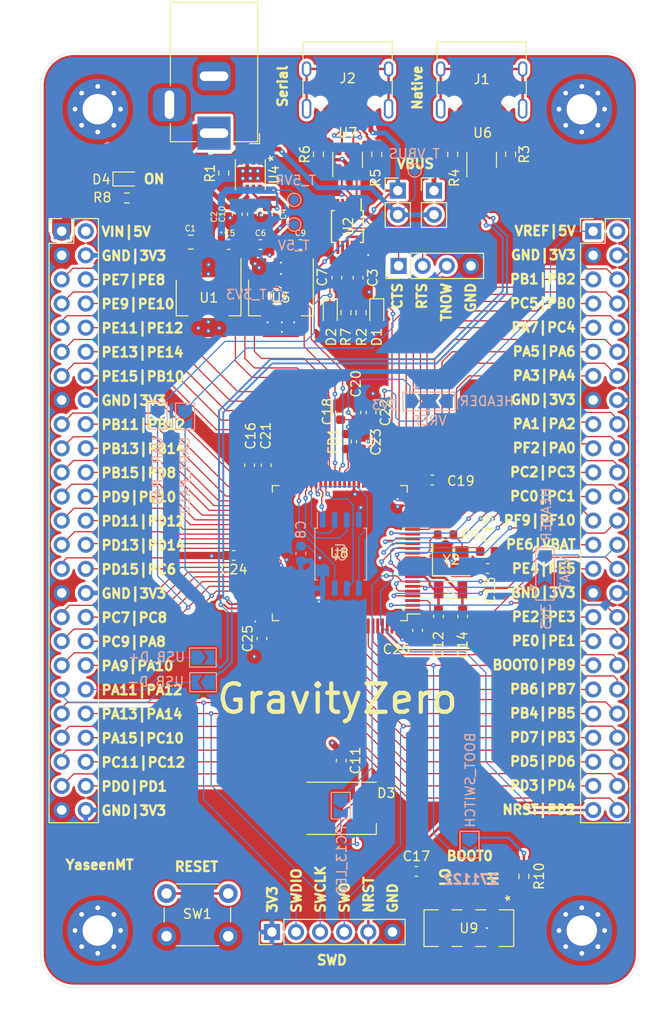
<source format=kicad_pcb>
(kicad_pcb (version 20211014) (generator pcbnew)
  (layers (0 "F.Cu" signal) (1 "In1.Cu" power "GND") (2 "In2.Cu" power "3V3") (31 "B.Cu" signal) (34 "B.Paste" user) (35 "F.Paste" user) (36 "B.SilkS" user "B.Silkscreen") (37 "F.SilkS" user "F.Silkscreen") (38 "B.Mask" user) (39 "F.Mask" user) (44 "Edge.Cuts" user))
  (net 0 "")
  (net 1 "VCC")
  (net 2 "GND")
  (net 3 "VBUS")
  (net 4 "+3V3")
  (net 5 "+5VD")
  (net 6 "+5V")
  (net 7 "Serial_VBUS")
  (net 8 "LSE_IN")
  (net 9 "Net-(C12-Pad2)")
  (net 10 "HSE_IN")
  (net 11 "Net-(C13-Pad2)")
  (net 12 "LSE_OUT")
  (net 13 "Net-(C15-Pad1)")
  (net 14 "NRST")
  (net 15 "+3.3VA")
  (net 16 "VREF")
  (net 17 "Net-(D1-Pad1)")
  (net 18 "Net-(D1-Pad2)")
  (net 19 "Net-(D2-Pad1)")
  (net 20 "Net-(D2-Pad2)")
  (net 22 "Net-(D3-Pad2)")
  (net 24 "Net-(D4-Pad2)")
  (net 25 "Native_VBUS")
  (net 26 "Net-(J1-PadA5)")
  (net 27 "C_Native_D+")
  (net 28 "C_Native_D-")
  (net 30 "Net-(J1-PadB5)")
  (net 32 "unconnected-(J1-PadS1)")
  (net 33 "Net-(J2-PadA5)")
  (net 34 "C_Serial_D+")
  (net 35 "C_Serial_D-")
  (net 37 "Net-(J2-PadB5)")
  (net 39 "unconnected-(J2-PadS1)")
  (net 40 "CTS")
  (net 41 "RTS")
  (net 42 "TNOW")
  (net 43 "PE7")
  (net 44 "PE9")
  (net 45 "PE11")
  (net 46 "PE13")
  (net 47 "PE15")
  (net 48 "PB11")
  (net 49 "PB13")
  (net 50 "PB15")
  (net 51 "PD9")
  (net 52 "PD11")
  (net 53 "PD13")
  (net 54 "PD15")
  (net 55 "PC7")
  (net 56 "PC9")
  (net 57 "PA9")
  (net 58 "PA13")
  (net 59 "PA15")
  (net 60 "PC11")
  (net 61 "PD0")
  (net 62 "PD1")
  (net 63 "PC12")
  (net 64 "PC10")
  (net 65 "PA14")
  (net 66 "PA10")
  (net 67 "PA8")
  (net 68 "PC8")
  (net 69 "PC6")
  (net 70 "PD14")
  (net 71 "PD12")
  (net 72 "PD10")
  (net 73 "PD8")
  (net 74 "PB14")
  (net 75 "PB12")
  (net 76 "PB10")
  (net 77 "PE14")
  (net 78 "PE12")
  (net 79 "PE10")
  (net 80 "PE8")
  (net 81 "VREF_H")
  (net 82 "PB1")
  (net 83 "PC5")
  (net 84 "PA7")
  (net 85 "PA5")
  (net 86 "PA3")
  (net 87 "PA1")
  (net 88 "PF2")
  (net 89 "PC2")
  (net 90 "PC0")
  (net 91 "PF9")
  (net 92 "PE6")
  (net 93 "PE4")
  (net 94 "PE2")
  (net 95 "PE0")
  (net 96 "BOOT0")
  (net 97 "PB6")
  (net 98 "PB4")
  (net 99 "PD7")
  (net 100 "PD5")
  (net 101 "PD3")
  (net 102 "PD2")
  (net 103 "PD4")
  (net 104 "PD6")
  (net 105 "PB3")
  (net 106 "PB5")
  (net 107 "PB7")
  (net 108 "PB9")
  (net 109 "PE1")
  (net 110 "PE3")
  (net 111 "PE5")
  (net 112 "VBAT_H")
  (net 113 "PF10")
  (net 114 "PC1")
  (net 115 "PC3")
  (net 116 "PA0")
  (net 117 "PA2")
  (net 118 "PA4")
  (net 119 "PA6")
  (net 120 "PC4")
  (net 121 "PB0")
  (net 122 "PB2")
  (net 123 "ONBOARD_LED")
  (net 124 "Net-(J4-Pad39)")
  (net 125 "VBAT")
  (net 126 "Native_D-")
  (net 127 "Native_D+")
  (net 128 "Net-(R1-Pad2)")
  (net 129 "HSE_OUT")
  (net 130 "Net-(J4-Pad40)")
  (net 131 "Serial_D+")
  (net 132 "Serial_D-")
  (net 135 "Net-(JP6-Pad1)")
  (net 136 "Net-(R10-Pad2)")
  (footprint "Capacitor_SMD:C_0603_1608Metric" (layer "F.Cu") (at 141.75 90.75 90)
    (fp_text reference "C21")
    (fp_text value "100nf")
  )
  (footprint "Capacitor_SMD:C_0603_1608Metric" (layer "F.Cu") (at 159.26 92.304)
    (fp_text reference "C19")
    (fp_text value "100nf")
  )
  (footprint "Capacitor_SMD:C_0603_1608Metric" (layer "F.Cu") (at 165.075 99.825)
    (fp_text reference "C15")
    (fp_text value "24pf")
  )
  (footprint "Resistor_SMD:R_0603_1608Metric" (layer "F.Cu") (at 151.75 74.675 90)
    (fp_text reference "R2")
    (fp_text value "330")
  )
  (footprint "Capacitor_SMD:C_0603_1608Metric" (layer "F.Cu") (at 140 90.75 90)
    (fp_text reference "C16")
    (fp_text value "4u7/10v")
  )
  (footprint "Capacitor_SMD:C_0805_2012Metric" (layer "F.Cu") (at 133.8 67.25)
    (fp_text reference "C1")
    (fp_text value "10uf/30v")
  )
  (footprint "Capacitor_SMD:C_0603_1608Metric" (layer "F.Cu") (at 140.3 64.325 -90)
    (fp_text reference "C10")
    (fp_text value "10uf")
  )
  (footprint "Capacitor_SMD:C_0603_1608Metric" (layer "F.Cu") (at 138.325 100.25 180)
    (fp_text reference "C24")
    (fp_text value "100nf")
  )
  (footprint "Crystal:Crystal_SMD_3215-2Pin_3.2x1.5mm" (layer "F.Cu") (at 161.17 103.875 180)
    (fp_text reference "Y1")
    (fp_text value "32.768Khz")
  )
  (footprint "MountingHole:MountingHole_3.2mm_M3_Pad_Via" (layer "F.Cu") (at 175 53.25)
    (fp_text reference "H1" hide)
    (fp_text value "MountingHole_Pad")
  )
  (footprint "Capacitor_SMD:C_0603_1608Metric" (layer "F.Cu") (at 141.15 67.5)
    (fp_text reference "C6")
    (fp_text value "100nf")
  )
  (footprint "MountingHole:MountingHole_3.2mm_M3_Pad_Via" (layer "F.Cu") (at 175 139.75)
    (fp_text reference "H2" hide)
    (fp_text value "MountingHole_Pad")
  )
  (footprint "Capacitor_SMD:C_0603_1608Metric" (layer "F.Cu") (at 151.775 88.25 90)
    (fp_text reference "C23")
    (fp_text value "1uf/10v")
  )
  (footprint "Connector_USB:USB_C_Receptacle_HRO_TYPE-C-31-M-12" (layer "F.Cu") (at 164.45 50.065 180)
    (fp_text reference "J1")
    (fp_text value "Native USB")
  )
  (footprint "SS3235S:SS-3235S-L2" (layer "F.Cu") (at 163.1 139.5 -90)
    (fp_text reference "U9")
    (fp_text value "BOOT0" hide)
  )
  (footprint "Connector_BarrelJack:BarrelJack_Horizontal" (layer "F.Cu") (at 136.25 55.775 -90)
    (fp_text reference "J6" hide)
    (fp_text value "VIN")
  )
  (footprint "Capacitor_SMD:C_0603_1608Metric" (layer "F.Cu") (at 151.425 71 -90)
    (fp_text reference "C3")
    (fp_text value "100nf")
  )
  (footprint "Button_Switch_THT:SW_PUSH_6mm" (layer "F.Cu") (at 131.25 135.85)
    (fp_text reference "SW1")
    (fp_text value "RESET")
  )
  (footprint "LED_SMD:LED_WS2812_PLCC6_5.0x5.0mm_P1.6mm" (layer "F.Cu") (at 149.7 126.875 180)
    (fp_text reference "D3")
    (fp_text value "WS2812")
  )
  (footprint "Crystal:Crystal_SMD_3225-4Pin_3.2x2.5mm" (layer "F.Cu") (at 161.27 100.725)
    (fp_text reference "Y2")
    (fp_text value "20Mhz")
  )
  (footprint "Resistor_SMD:R_0603_1608Metric" (layer "F.Cu") (at 147.25 58 90)
    (fp_text reference "R6")
    (fp_text value "5.1k")
  )
  (footprint "LED_SMD:LED_0603_1608Metric" (layer "F.Cu") (at 127.0875 60.6)
    (fp_text reference "D4")
    (fp_text value "PWR")
  )
  (footprint "Connector_PinHeader_2.54mm:PinHeader_1x06_P2.54mm_Vertical" (layer "F.Cu") (at 142.35 139.9 90)
    (fp_text reference "J7" hide)
    (fp_text value "SWD")
  )
  (footprint "Resistor_SMD:R_0603_1608Metric" (layer "F.Cu") (at 161.4 58 90)
    (fp_text reference "R4")
    (fp_text value "5.1k")
  )
  (footprint "Connector_PinHeader_2.54mm:PinHeader_1x02_P2.54mm_Vertical" (layer "F.Cu") (at 155.61369 61.825)
    (fp_text reference "JP2" hide)
    (fp_text value "S_USB_VBUS")
  )
  (footprint "LED_SMD:LED_0603_1608Metric" (layer "F.Cu") (at 148.5 74.7 -90)
    (fp_text reference "D2")
    (fp_text value "RX")
  )
  (footprint "Connector_PinHeader_2.54mm:PinHeader_1x04_P2.54mm_Vertical" (layer "F.Cu") (at 155.7 69.75 90)
    (fp_text reference "J3" hide)
    (fp_text value "Serial_Extra")
  )
  (footprint "Package_TO_SOT_SMD:SOT-223-3_TabPin2" (layer "F.Cu") (at 135.68 73.1 -90)
    (fp_text reference "U1")
    (fp_text value "NCP1117-5.0_SOT223")
  )
  (footprint "Connector_PinHeader_2.54mm:PinHeader_2x25_P2.54mm_Vertical" (layer "F.Cu") (at 120.2 66.1)
    (fp_text reference "J4" hide)
    (fp_text value "Connecter")
  )
  (footprint "Resistor_SMD:R_0603_1608Metric" (layer "F.Cu") (at 167.5 58 -90)
    (fp_text reference "R3")
    (fp_text value "5.1k")
  )
  (footprint "Resistor_SMD:R_0603_1608Metric" (layer "F.Cu") (at 160.65 98.075)
    (fp_text reference "R9")
    (fp_text value "47")
  )
  (footprint "Inductor_SMD:L_0603_1608Metric" (layer "F.Cu") (at 150.2 88.25 90)
    (fp_text reference "FB1")
    (fp_text value "600 @ 100Mhz")
  )
  (footprint "MountingHole:MountingHole_3.2mm_M3_Pad_Via" (layer "F.Cu") (at 124 53.25)
    (fp_text reference "H4" hide)
    (fp_text value "MountingHole_Pad")
  )
  (footprint "Capacitor_SMD:C_0603_1608Metric" (layer "F.Cu") (at 141.3 109 -90)
    (fp_text reference "C25")
    (fp_text value "100nf")
  )
  (footprint "Capacitor_SMD:C_0603_1608Metric" (layer "F.Cu") (at 145.35 67.5)
    (fp_text reference "C9")
    (fp_text value "10uf")
  )
  (footprint "Capacitor_SMD:C_0603_1608Metric" (layer "F.Cu") (at 165.075 101.625)
    (fp_text reference "C13")
    (fp_text value "24pf")
  )
  (footprint "Capacitor_SMD:C_0603_1608Metric" (layer "F.Cu") (at 149.2 71 -90)
    (fp_text reference "C7")
    (fp_text value "100nf")
  )
  (footprint "Capacitor_SMD:C_0603_1608Metric" (layer "F.Cu") (at 162.45 106.675 -90)
    (fp_text reference "C14")
    (fp_text value "5pf")
  )
  (footprint "Connector_USB:USB_C_Receptacle_HRO_TYPE-C-31-M-12" (layer "F.Cu") (at 150.325 50.065 180)
    (fp_text reference "J2")
    (fp_text value "Serial USB")
  )
  (footprint "Resistor_SMD:R_0603_1608Metric" (layer "F.Cu") (at 150.15 74.675 90)
    (fp_text reference "R7")
    (fp_text value "330")
  )
  (footprint "Connector_PinHeader_2.54mm:PinHeader_1x02_P2.54mm_Vertical" (layer "F.Cu") (at 159.425 61.825)
    (fp_text reference "JP1" hide)
    (fp_text value "N_USB_VBUS")
  )
  (footprint "Resistor_SMD:R_0603_1608Metric" (layer "F.Cu") (at 137.275 59.975 90)
    (fp_text reference "R1")
    (fp_text value "R_LIM")
  )
  (footprint "Capacitor_SMD:C_0603_1608Metric" (layer "F.Cu") (at 157.575 133.525 180)
    (fp_text reference "C17")
    (fp_text value "100nf")
  )
  (footprint "Capacitor_SMD:C_0603_1608Metric" (layer "F.Cu") (at 149.65 121.85 -90)
    (fp_text reference "C11")
    (fp_text value "100nf")
  )
  (footprint "Capacitor_SMD:C_0603_1608Metric" (layer "F.Cu") (at 152.8 85.175 90)
    (fp_text reference "C22")
    (fp_text value "10nf/10v")
  )
  (footprint "Capacitor_SMD:C_0603_1608Metric" (layer "F.Cu") (at 138.7 64.325 -90)
    (fp_text reference "C2")
    (fp_text value "100nf")
  )
  (footprint "Connector_PinHeader_2.54mm:PinHeader_2x25_P2.54mm_Vertical" (layer "F.Cu") (at 176.2 66.1)
    (fp_text reference "J5" hide)
    (fp_text value "Connecter")
  )
  (footprint "Capacitor_SMD:C_0603_1608Metric" (layer "F.Cu") (at 149.575 85.175 90)
    (fp_text reference "C18")
    (fp_text value "10nf/10v")
  )
  (footprint "Capacitor_SMD:C_0603_1608Metric" (layer "F.Cu") (at 157.7 108.15 -90)
    (fp_text reference "C26")
    (fp_text value "100nf")
  )
  (footprint "Package_SO:MSOP-10_3x3mm_P0.5mm" (layer "F.Cu") (at 150.3 65.6 -90)
    (fp_text reference "U2")
    (fp_text value "CH340E")
  )
  (footprint "Capacitor_SMD:C_0603_1608Metric" (layer "F.Cu") (at 137.8 67.5)
    (fp_text reference "C5")
    (fp_text value "10uf")
  )
  (footprint "Capacitor_SMD:C_0603_1608Metric" (layer "F.Cu") (at 151.2 85.175 90)
    (fp_text reference "C20")
    (fp_text value "1uf/10v")
  )
  (footprint "Capacitor_SMD:C_0603_1608Metric" (layer "F.Cu") (at 159.9 106.675 -90)
    (fp_text reference "C12")
    (fp_text value "5pf")
  )
  (footprint "MountingHole:MountingHole_3.2mm_M3_Pad_Via" (layer "F.Cu") (at 124 139.75)
    (fp_text reference "H3" hide)
    (fp_text value "MountingHole_Pad")
  )
  (footprint "Resistor_SMD:R_0603_1608Metric" (layer "F.Cu") (at 127.0675 62.6 180)
    (fp_text reference "R8")
    (fp_text value "330")
  )
  (footprint "Package_TO_SOT_SMD:SOT-23-6" (layer "F.Cu") (at 164.45 58.57 90)
    (fp_text reference "U6")
    (fp_text value "USBLC6-2SC6")
  )
  (footprint "53-01:TPS2115ADRBR" (layer "F.Cu") (at 140.075 60.15 -90)
    (fp_text reference "U4")
    (fp_text value "TPS2115ADRBR" hide)
  )
  (footprint "Resistor_SMD:R_0603_1608Metric" (layer "F.Cu") (at 168.9 134.05 -90)
    (fp_text reference "R10")
    (fp_text value "10K")
  )
  (footprint "Package_QFP:LQFP-100_14x14mm_P0.5mm" (layer "F.Cu") (at 149.5 100 180)
    (fp_text reference "U8")
    (fp_text value "STM32G473VET6")
  )
  (footprint "Capacitor_SMD:C_0603_1608Metric" (layer "F.Cu") (at 141.875 64.325 -90)
    (fp_text reference "C4")
    (fp_text value "100nf")
  )
  (footprint "Package_TO_SOT_SMD:SOT-223-3_TabPin2" (layer "F.Cu") (at 143.3 73.1 -90)
    (fp_text reference "U5")
    (fp_text value "LD1117S33TR_SOT223")
  )
  (footprint "LED_SMD:LED_0603_1608Metric" (layer "F.Cu") (at 153.4 74.7 -90)
    (fp_text reference "D1")
    (fp_text value "TX")
  )
  (footprint "Resistor_SMD:R_0603_1608Metric" (layer "F.Cu") (at 153.4 58 -90)
    (fp_text reference "R5")
    (fp_text value "5.1k")
  )
  (footprint "Package_TO_SOT_SMD:SOT-23-6" (layer "F.Cu") (at 150.325 58.57 90)
    (fp_text reference "U7")
    (fp_text value "USBLC6-2SC6")
  )
  (footprint "TestPoint:TestPoint_Pad_D1.0mm" (layer "B.Cu") (at 142.9 72.9 180)
    (fp_text reference "TP2" hide)
    (fp_text value "TP_3V3")
  )
  (footprint "Jumper:SolderJumper-2_P1.3mm_Open_TrianglePad1.0x1.5mm" (layer "B.Cu") (at 163.175 130.7 -90)
    (fp_text reference "BOOT_SWITCH" hide)
    (fp_text value "BOOT0_MCU" hide)
  )
  (footprint "Jumper:SolderJumper-2_P1.3mm_Open_TrianglePad1.0x1.5mm" (layer "B.Cu") (at 130.3 85.525 -90)
    (fp_text reference "JP4" hide)
    (fp_text value "RX_MCU" hide)
  )
  (footprint "Jumper:SolderJumper-2_P1.3mm_Open_TrianglePad1.0x1.5mm" (layer "B.Cu") (at 135.075 111)
    (fp_text reference "JP10" hide)
    (fp_text value "H_USB_P" hide)
  )
  (footprint "Jumper:SolderJumper-3_P2.0mm_Open_TrianglePad1.0x1.5mm" (layer "B.Cu") (at 158.9 84)
    (fp_text reference "JP8" hide)
    (fp_text value "VREF_VDDA" hide)
  )
  (footprint "TestPoint:TestPoint_Pad_D1.0mm" (layer "B.Cu") (at 144.7 65.4 180)
    (fp_text reference "TP4" hide)
    (fp_text value "TP_5V")
  )
  (footprint "Package_SO:SOIC-8_5.23x5.23mm_P1.27mm" (layer "B.Cu") (at 149.6 100.1 -90)
    (fp_text reference "U3")
    (fp_text value "W25Q32JVSS")
  )
  (footprint "Jumper:SolderJumper-3_P2.0mm_Open_TrianglePad1.0x1.5mm" (layer "B.Cu") (at 171.1 102.2 90)
    (fp_text reference "JP7" hide)
    (fp_text value "VBAT_VDD" hide)
  )
  (footprint "TestPoint:TestPoint_Pad_D1.0mm" (layer "B.Cu") (at 144.7 62.8 180)
    (fp_text reference "TP1" hide)
    (fp_text value "TP_REG_5V")
  )
  (footprint "Jumper:SolderJumper-2_P1.3mm_Open_TrianglePad1.0x1.5mm" (layer "B.Cu") (at 135.1 113.6 180)
    (fp_text reference "JP9" hide)
    (fp_text value "H_USB_M" hide)
  )
  (footprint "Capacitor_SMD:C_0603_1608Metric" (layer "B.Cu") (at 145.4 100.025 90)
    (fp_text reference "C8")
    (fp_text value "100nf")
  )
  (footprint "Jumper:SolderJumper-2_P1.3mm_Open_TrianglePad1.0x1.5mm" (layer "B.Cu") (at 133.2 85.6 -90)
    (fp_text reference "JP3" hide)
    (fp_text value "TX_MCU" hide)
  )
  (footprint "TestPoint:TestPoint_Pad_D1.0mm" (layer "B.Cu") (at 157.4 59.7 180)
    (fp_text reference "TP3" hide)
    (fp_text value "TP_VBUS_5V")
  )
  (footprint "Jumper:SolderJumper-2_P1.3mm_Open_TrianglePad1.0x1.5mm" (layer "B.Cu") (at 149.6 126.6 -90)
    (fp_text reference "JP5" hide)
    (fp_text value "LED_MCU")
  )
  (gr_arc (start 121.5 145.75) (mid 119.025126 144.724874) (end 118 142.25) (layer "Edge.Cuts") (width 0.0381))
  (gr_line (start 181 142.25) (end 181 50.75) (layer "Edge.Cuts") (width 0.0381))
  (gr_arc (start 177.5 47.25) (mid 179.974874 48.275126) (end 181 50.75) (layer "Edge.Cuts") (width 0.0381))
  (gr_line (start 177.5 47.25) (end 121.5 47.25) (layer "Edge.Cuts") (width 0.0381))
  (gr_line (start 118 50.75) (end 118 142.25) (layer "Edge.Cuts") (width 0.0381))
  (gr_arc (start 118 50.75) (mid 119.025126 48.275126) (end 121.5 47.25) (layer "Edge.Cuts") (width 0.0381))
  (gr_arc (start 181 142.25) (mid 179.974874 144.724874) (end 177.5 145.75) (layer "Edge.Cuts") (width 0.0381))
  (gr_line (start 121.5 145.75) (end 177.5 145.75) (layer "Edge.Cuts") (width 0.0381))
  (gr_text "VREF" (at 158.95 86.05) (layer "B.SilkS") (effects (font (size 1 1)) (justify mirror)))
  (gr_text "VBAT" (at 173.25 102.1 90) (layer "B.SilkS") (effects (font (size 1 1)) (justify mirror)))
  (gr_text "HEADER" (at 171.25 95.95 90) (layer "B.SilkS") (effects (font (size 1 1)) (justify mirror)))
  (gr_text "PC13_LED" (at 149.7 132.35 90) (layer "B.SilkS") (effects (font (size 1 1)) (justify mirror)))
  (gr_text "T_5V" (at 144.65 67.6) (layer "B.SilkS") (effects (font (size 1 1)) (justify mirror)))
  (gr_text "T_5VR" (at 144.825 60.75) (layer "B.SilkS") (effects (font (size 1 1)) (justify mirror)))
  (gr_text "T_VBUS" (at 157.35 57.95) (layer "B.SilkS") (effects (font (size 1 1)) (justify mirror)))
  (gr_text "T_3V3" (at 139.65 72.775) (layer "B.SilkS") (effects (font (size 1 1)) (justify mirror)))
  (gr_text "271122" (at 163.322 134.366) (layer "B.SilkS") (effects (font (size 1 1) (thickness 0.25)) (justify mirror)))
  (gr_text "3V3" (at 171.25 106.7 90) (layer "B.SilkS") (effects (font (size 1 1)) (justify mirror)))
  (gr_text "HEADER" (at 165 84) (layer "B.SilkS") (effects (font (size 1 1)) (justify mirror)))
  (gr_text "UART_PA9" (at 130.3 91.35 90) (layer "B.SilkS") (effects (font (size 1 1)) (justify mirror)))
  (gr_text "3V3" (at 154.25 84.4) (layer "B.SilkS") (effects (font (size 1 1)) (justify mirror)))
  (gr_text "BOOT_SWITCH" (at 163.25 123.9 90) (layer "B.SilkS") (effects (font (size 1 1)) (justify mirror)))
  (gr_text "USB_D-" (at 130.1 113.55) (layer "B.SilkS") (effects (font (size 1 1)) (justify mirror)))
  (gr_text "UART_PA10" (at 133.2 91.825 90) (layer "B.SilkS") (effects (font (size 1 1)) (justify mirror)))
  (gr_text "USB_D+" (at 130.2 110.95) (layer "B.SilkS") (effects (font (size 1 1)) (justify mirror)))
  (gr_text "RTS" (at 158.15 72.932143 90) (layer "F.SilkS") (effects (font (size 1 1) (thickness 0.25))))
  (gr_text "PD15|PC6" (at 128.329762 101.71875) (layer "F.SilkS") (effects (font (size 1 1) (thickness 0.25))))
  (gr_text "3V3" (at 142.4 136.467857 90) (layer "F.SilkS") (effects (font (size 1 1) (thickness 0.25))))
  (gr_text "PE11|PE12" (at 128.710714 76.3125) (layer "F.SilkS") (effects (font (size 1 1) (thickness 0.25))))
  (gr_text "PE13|PE14" (at 128.710714 78.853125) (layer "F.SilkS") (effects (font (size 1 1) (thickness 0.25))))
  (gr_text "Native" (at 157.675 50.975 90) (layer "F.SilkS") (effects (font (size 1 1) (thickness 0.25))))
  (gr_text "PA15|PC10" (at 128.734524 119.503125) (layer "F.SilkS") (effects (font (size 1 1) (thickness 0.25))))
  (gr_text "BOOT0|PB9" (at 169.971429 111.787494) (layer "F.SilkS") (effects (font (size 1 1) (thickness 0.25))))
  (gr_text "RESET" (at 134.4 133.025) (layer "F.SilkS") (effects (font (size 1 1) (thickness 0.25))))
  (gr_text "Serial" (at 143.475 50.832143 90) (layer "F.SilkS") (effects (font (size 1 1) (thickness 0.25))))
  (gr_text "CTS" (at 155.575 72.932143 90) (layer "F.SilkS") (effects (font (size 1 1) (thickness 0.25))))
  (gr_text "PD13|PD14" (at 128.805952 99.178125) (layer "F.SilkS") (effects (font (size 1 1) (thickness 0.25))))
  (gr_text "GND|3V3" (at 127.805952 104.259375) (layer "F.SilkS") (effects (font (size 1 1) (thickness 0.25))))
  (gr_text "SWD" (at 148.675 142.875) (layer "F.SilkS") (effects (font (size 1 1) (thickness 0.25))))
  (gr_text "GND|3V3" (at 127.805952 68.690625) (layer "F.SilkS") (effects (font (size 1 1) (thickness 0.25))))
  (gr_text "PA11|PA12" (at 128.663095 114.421875) (layer "F.SilkS") (effects (font (size 1 1) (thickness 0.25))))
  (gr_text "NRST" (at 152.54 135.967857 90) (layer "F.SilkS") (effects (font (size 1 1) (thickness 0.25))))
  (gr_text "PA13|PA14" (at 128.663095 116.9625) (layer "F.SilkS") (effects (font (size 1 1) (thickness 0.25))))
  (gr_text "PE9|PE10" (at 128.234524 73.771875) (layer "F.SilkS") (effects (font (size 1 1) (thickness 0.25))))
  (gr_text "NRST|PD2" (at 170.495238 127.025) (layer "F.SilkS") (effects (font (size 1 1) (thickness 0.25))))
  (gr_text "PD5|PD6" (at 170.9 121.945826) (layer "F.SilkS") (effects (font (size 1 1) (thickness 0.25))))
  (gr_text "SWO" (at 150.005 136.277381 90) (layer "F.SilkS") (effects (font (size 1 1) (thickness 0.25))))
  (gr_text "PF9|PF10" (at 170.566667 96.549996) (layer "F.SilkS") (effects (font (size 1 1) (thickness 0.25))))
  (gr_text "GND|3V3" (at 127.805952 83.934375) (layer "F.SilkS") (effects (font (size 1 1) (thickness 0.25))))
  (gr_text "VREF|5V" (at 171.138096 66.075) (layer "F.SilkS") (effects (font (size 1 1) (thickness 0.25))))
  (gr_text "PC2|PC3" (at 170.9 91.47083) (layer "F.SilkS") (effects (font (size 1 1) (thickness 0.25))))
  (gr_text "PE2|PE3" (at 170.995238 106.708328) (layer "F.SilkS") (effects (font (size 1 1) (thickness 0.25))))
  (gr_text "PB11|PB12" (at 128.805952 86.475) (layer "F.SilkS") (effects (font (size 1 1) (thickness 0.25))))
  (gr_text "VIN|5V" (at 126.996428 66.15) (layer "F.SilkS") (effects (font (size 1 1) (thickness 0.25))))
  (gr_text "PC5|PB0" (at 170.9 73.693749) (layer "F.SilkS") (effects (font (size 1 1) (thickness 0.25))))
  (gr_text "PB1|PB2" (at 170.9 71.154166) (layer "F.SilkS") (effects (font (size 1 1) (thickness 0.25))))
  (gr_text "BOOT0" (at 163.2 131.9) (layer "F.SilkS") (effects (font (size 1 1) (thickness 0.25))))
  (gr_text "PE4|PE5" (at 170.995238 101.629162) (layer "F.SilkS") (effects (font (size 1 1) (thickness 0.25))))
  (gr_text "PB15|PD8" (at 128.329762 91.55625) (layer "F.SilkS") (effects (font (size 1 1) (thickness 0.25))))
  (gr_text "PA5|PA6" (at 171.042857 78.772915) (layer "F.SilkS") (effects (font (size 1 1) (thickness 0.25))))
  (gr_text "PE0|PE1" (at 170.995238 109.247911) (layer "F.SilkS") (effects (font (size 1 1) (thickness 0.25))))
  (gr_text "PE6|VBAT" (at 170.685715 99.089579) (layer "F.SilkS") (effects (font (size 1 1) (thickness 0.25))))
  (gr_text "PC7|PC8" (at 127.853571 106.8) (layer "F.SilkS") (effects (font (size 1 1) (thickness 0.25))))
  (gr_text "PD0|PD1" (at 127.853571 124.584375) (layer "F.SilkS") (effects (font (size 1 1) (thickness 0.25))))
  (gr_text "GND" (at 163.3 73.09881 90) (layer "F.SilkS") (effects (font (size 1 1) (thickness 0.25))))
  (gr_text "GND|3V3" (at 170.947619 68.614583) (layer "F.SilkS") (effects (font (size 1 1) (thickness 0.25))))
  (gr_text "GravityZero" (at 149.25 115.35) (layer "F.SilkS") (effects (font (size 3 3) (thickness 0.45))))
  (gr_text "TNOW" (at 160.725 73.575 90) (layer "F.SilkS") (effects (font (size 1 1) (thickness 0.25))))
  (gr_text "PF2|PA0" (at 171.042857 88.931247) (layer "F.SilkS") (effects (font (size 1 1) (thickness 0.25))))
  (gr_text "PA1|PA2" (at 171.042857 86.391664) (layer "F.SilkS") (effects (font (size 1 1) (thickness 0.25))))
  (gr_text "GND|3V3" (at 127.805952 127.125) (layer "F.SilkS") (effects (font (size 1 1) (thickness 0.25))))
  (gr_text "PE15|PB10" (at 128.758333 81.39375) (layer "F.SilkS") (effects (font (size 1 1) (thickness 0.25))))
  (gr_text "GND" (at 155.075 136.325 90) (layer "F.SilkS") (effects (font (size 1 1) (thickness 0.25))))
  (gr_text "PA7|PC4" (at 170.971429 76.233332) (layer "F.SilkS") (effects (font (size 1 1) (thickness 0.25))))
  (gr_text "PD7|PB3" (at 170.9 119.406243) (layer "F.SilkS") (effects (font (size 1 1) (thickness 0.25))))
  (gr_text "ON" (at 129.9425 60.6) (layer "F.SilkS") (effects (font (size 1 1) (thickness 0.25))))
  (gr_text "PA3|PA4" (at 171.042857 81.312498) (layer "F.SilkS") (effects (font (size 1 1) (thickness 0.25))))
  (gr_text "PD3|PD4" (at 170.9 124.485409) (layer "F.SilkS") (effects (font (size 1 1) (thickness 0.25))))
  (gr_text "GND|3V3" (at 170.947619 104.168745) (layer "F.SilkS") (effects (font (size 1 1) (thickness 0.25))))
  (gr_text "SWCLK" (at 147.47 135.396428 90) (layer "F.SilkS") (effects (font (size 1 1) (thickness 0.25))))
  (gr_text "PC9|PA8" (at 127.782143 109.340625) (layer "F.SilkS") (effects (font (size 1 1) (thickness 0.25))))
  (gr_text "LO" (at 160.625 134.133334 90) (layer "F.SilkS") (effects (font (size 1 1) (thickness 0.25))))
  (gr_text "YaseenMT" (at 124.2 132.825) (layer "F.SilkS") (effects (font (size 1 1) (thickness 0.25))))
  (gr_text "PB4|PB5" (at 170.9 116.86666) (layer "F.SilkS") (effects (font (size 1 1) (thickness 0.25))))
  (gr_text "PC0|PC1" (at 170.9 94.010413) (layer "F.SilkS") (effects (font (size 1 1) (thickness 0.25))))
  (gr_text "PC11|PC12" (at 128.805952 122.04375) (layer "F.SilkS") (effects (font (size 1 1) (thickness 0.25))))
  (gr_text "GND|3V3" (at 170.947619 83.852081) (layer "F.SilkS") (effects (font (size 1 1) (thickness 0.25))))
  (gr_text "PB6|PB7" (at 170.9 114.327077) (layer "F.SilkS") (effects (font (size 1 1) (thickness 0.25))))
  (gr_text "PA9|PA10" (at 128.186905 111.88125) (layer "F.SilkS") (effects (font (size 1 1) (thickness 0.25))))
  (gr_text "HI" (at 165.675 134.3 90) (layer "F.SilkS") (effects (font (size 1 1) (thickness 0.25))))
  (gr_text "PE7|PE8" (at 127.758333 71.23125) (layer "F.SilkS") (effects (font (size 1 1) (thickness 0.25))))
  (gr_text "PD9|PD10" (at 128.329762 94.096875) (layer "F.SilkS") (effects (font (size 1 1) (thickness 0.25))))
  (gr_text "VBUS" (at 157.475 59) (layer "F.SilkS") (effects (font (size 1 1) (thickness 0.25))))
  (gr_text "PD11|PD12" (at 128.805952 96.6375) (layer "F.SilkS") (effects (font (size 1 1) (thickness 0.25))))
  (gr_text "SWDIO" (at 144.935 135.539285 90) (layer "F.SilkS") (effects (font (size 1 1) (thickness 0.25))))
  (gr_text "PB13|PB14" (at 128.805952 89.015625) (layer "F.SilkS") (effects (font (size 1 1) (thickness 0.25))))
  (segment (start 132.85 58.025) (end 132.85 67.25) (width 2) (layer "F.Cu") (net 1))
  (segment (start 125.3 58.025) (end 132.85 58.025) (width 2) (layer "F.Cu") (net 1))
  (segment (start 132.85 57.4) (end 134.475 55.775) (width 2) (layer "F.Cu") (net 1))
  (segment (start 132.85 69.42) (end 133.38 69.95) (width 2) (layer "F.Cu") (net 1))
  (segment (start 120.2 63.125) (end 125.3 58.025) (width 2) (layer "F.Cu") (net 1))
  (segment (start 132.85 58.025) (end 132.85 57.4) (width 2) (layer "F.Cu") (net 1))
  (segment (start 132.85 67.25) (end 132.85 69.42) (width 2) (layer "F.Cu") (net 1))
  (segment (start 134.475 55.775) (end 136.25 55.775) (width 2) (layer "F.Cu") (net 1))
  (segment (start 120.2 66.1) (end 120.2 63.125) (width 2) (layer "F.Cu") (net 1))
  (segment (start 146.375 58.825) (end 147.25 58.825) (width 0.254) (layer "F.Cu") (net 2))
  (segment (start 130.5 82.5) (end 137.975 89.975) (width 0.127) (layer "F.Cu") (net 2))
  (segment (start 152.8 84.4) (end 152.8 83.4) (width 0.127) (layer "F.Cu") (net 2))
  (segment (start 137.925 60.15) (end 140.075 60.15) (width 0.254) (layer "F.Cu") (net 2))
  (segment (start 153.575 54.11) (end 153.575 55.5) (width 0.254) (layer "F.Cu") (net 2))
  (segment (start 140 89.975) (end 141.75 89.975) (width 0.127) (layer "F.Cu") (net 2))
  (segment (start 137.275 60.8) (end 137.925 60.15) (width 0.254) (layer "F.Cu") (net 2))
  (segment (start 152 85.2) (end 152.8 84.4) (width 0.127) (layer "F.Cu") (net 2))
  (segment (start 141.3 110.1) (end 140.5 110.9) (width 0.127) (layer "F.Cu") (net 2))
  (segment (start 158.2 106.6) (end 158.4385 106.8385) (width 0.127) (layer "F.Cu") (net 2))
  (segment (start 155.1 106.6) (end 158.2 106.6) (width 0.127) (layer "F.Cu") (net 2))
  (segment (start 155.05 139.9) (end 156.5 139.9) (width 0.127) (layer "F.Cu") (net 2))
  (segment (start 160.035 93.561) (end 160.035 92.304) (width 0.254) (layer "F.Cu") (net 2))
  (segment (start 150.325 59.075345) (end 149.750236 58.500581) (width 0.127) (layer "F.Cu") (net 2))
  (segment (start 141.625 109.775) (end 142.6 108.8) (width 0.127) (layer "F.Cu") (net 2))
  (segment (start 138.575 69.355) (end 137.98 69.95) (width 0.762) (layer "F.Cu") (net 2))
  (segment (start 143.4 100) (end 141.825 100) (width 0.127) (layer "F.Cu") (net 2))
  (segment (start 138.575 67.5) (end 138.575 65.225) (width 0.762) (layer "F.Cu") (net 2))
  (segment (start 126.3 60.6) (end 121.5 65.4) (width 0.127) (layer "F.Cu") (net 2))
  (segment (start 147.075 55.075) (end 146.075 56.075) (width 0.254) (layer "F.Cu") (net 2))
  (segment (start 151 93.7) (end 151.1 93.8) (width 0.254) (layer "F.Cu") (net 2))
  (segment (start 152.8 84.4) (end 149.575 84.4) (width 0.127) (layer "F.Cu") (net 2))
  (segment (start 149.65 122.625) (end 149.65 127.275) (width 0.254) (layer "F.Cu") (net 2))
  (segment (start 138.35 65.1) (end 137.95 64.7) (width 0.508) (layer "F.Cu") (net 2))
  (segment (start 162.075 101.575) (end 161.3 100.8) (width 0.254) (layer "F.Cu") (net 2))
  (segment (start 141.875 65.1) (end 141.875 65.075) (width 0.508) (layer "F.Cu") (net 2))
  (segment (start 143.9 100.5) (end 143.4 100) (width 0.127) (layer "F.Cu") (net 2))
  (segment (start 120.2 83.88) (end 120.2 83.05) (width 0.127) (layer "F.Cu") (net 2))
  (segment (start 150.027 62.25) (end 149.7 62.25) (width 0.127) (layer "F.Cu") (net 2))
  (segment (start 120.75 82.5) (end 130.5 82.5) (width 0.127) (layer "F.Cu") (net 2))
  (segment (start 149.2 71.775) (end 151.425 71.775) (width 0.127) (layer "F.Cu") (net 2))
  (segment (start 158.275 108.925) (end 157.7 108.925) (width 0.127) (layer "F.Cu") (net 2))
  (segment (start 164.45 59.7075) (end 164.45 59.15) (width 0.127) (layer "F.Cu") (net 2))
  (segment (start 158.596 95) (end 160.035 93.561) (width 0.254) (layer "F.Cu") (net 2))
  (segment (start 120.2 83.05) (end 120.75 82.5) (width 0.127) (layer "F.Cu") (net 2))
  (segment (start 150.3 62.523) (end 150.027 62.25) (width 0.127) (layer "F.Cu") (net 2))
  (segment (start 151.775 87.475) (end 152 87.25) (width 0.127) (layer "F.Cu") (net 2))
  (segment (start 142.6 108.8) (end 142.6 106.9) (width 0.127) (layer "F.Cu") (net 2))
  (segment (start 152.15 72.5) (end 152.6 72.5) (width 0.127) (layer "F.Cu") (net 2))
  (segment (start 151 92.325) (end 151 93.7) (width 0.254) (layer "F.Cu") (net 2))
  (segment (start 155.7 95) (end 155.6 95.1) (width 0.127) (layer "F.Cu") (net 2))
  (segment (start 141.75 89.975) (end 143.975 89.975) (width 0.127) (layer "F.Cu") (net 2))
  (segment (start 159.8083 136.5917) (end 160.599878 136.5917) (width 0.127) (layer "F.Cu") (net 2))
  (segment (start 150.3 63.4) (end 150.3 62.523) (width 0.127) (layer "F.Cu") (net 2))
  (segment (start 141.925 67.5) (end 141.925 68.425) (width 0.254) (layer "F.Cu") (net 2))
  (segment (start 149.1 100.5) (end 151.7 97.9) (width 0.127) (layer "F.Cu") (net 2))
  (segment (start 143.9 100.7) (end 143.9 100.5) (width 0.127) (layer "F.Cu") (net 2))
  (segment (start 156.5 139.9) (end 159.8083 136.5917) (width 0.127) (layer "F.Cu") (net 2))
  (segment (start 143.1 105.6) (end 143 105.5) (width 0.127) (layer "F.Cu") (net 2))
  (segment (start 160.599878 134.799878) (end 159.325 133.525) (width 0.127) (layer "F.Cu") (net 2))
  (segment (start 147.075 54.11) (end 147.075 55.075) (width 0.254) (layer "F.Cu") (net 2))
  (segment (start 147.4 100.5) (end 149.1 100.5) (width 0.127) (layer "F.Cu") (net 2))
  (segment (start 157.175 95) (end 158.596 95) (width 0.254) (layer "F.Cu") (net 2))
  (segment (start 151.425 71.775) (end 152.15 72.5) (width 0.127) (layer "F.Cu") (net 2))
  (segment (start 150.325 59.7075) (end 150.325 59.075345) (width 0.127) (layer "F.Cu") (net 2))
  (segment (start 159.325 133.525) (end 158.35 133.525) (width 0.127) (layer "F.Cu") (net 2))
  (segment (start 141.3 109.775) (end 141.625 109.775) (width 0.127) (layer "F.Cu") (net 2))
  (segment (start 141.3 109.775) (end 141.3 110.1) (width 0.127) (layer "F.Cu") (net 2))
  (segment (start 137.55 100.25) (end 137.5 100.3) (width 0.127) (layer "F.Cu") (net 2))
  (segment (start 158.4385 106.8385) (end 158.4385 108.7615) (width 0.127) (layer "F.Cu") (net 2))
  (segment (start 158.4385 108.7615) (end 158.275 108.925) (width 0.127) (layer "F.Cu") (net 2))
  (segment (start 153.575 55.5) (end 154.475 56.4) (width 0.254) (layer "F.Cu") (net 2))
  (segment (start 152 87.25) (end 152 85.2) (width 0.127) (layer "F.Cu") (net 2))
  (segment (start 164.45 59.15) (end 164.8185 58.7815) (width 0.127) (layer "F.Cu") (net 2))
  (segment (start 162.37 101.575) (end 162.075 101.575) (width 0.254) (layer "F.Cu") (net 2))
  (segment (start 141.875 65.1) (end 138.7 65.1) (width 0.508) (layer "F.Cu") (net 2))
  (segment (start 154.475 56.4) (end 154.475 58.375) (width 0.254) (layer "F.Cu") (net 2))
  (segment (start 121.5 67.34) (end 120.2 68.64) (width 0.127) (layer "F.Cu") (net 2))
  (segment (start 141.875 65.075) (end 141.2 64.4) (width 0.508) (layer "F.Cu") (net 2))
  (segment (start 143 105.5) (end 141.825 105.5) (width 0.127) (layer "F.Cu") (net 2))
  (segment (start 143.1 106.4) (end 143.1 105.6) (width 0.127) (layer "F.Cu") (net 2))
  (segment (start 160.599878 136.5917) (end 160.599878 134.799878) (width 0.127) (layer "F.Cu") (net 2))
  (segment (start 142.6 106.9) (end 143.1 106.4) (width 0.127) (layer "F.Cu") (net 2))
  (segment (start 151.7 97.9) (end 151.7 95.2) (width 0.127) (layer "F.Cu") (net 2))
  (segment (start 141.925 68.425) (end 142.1 68.6) (width 0.254) (layer "F.Cu") (net 2))
  (segment (start 137.975 89.975) (end 140 89.975) (width 0.127) (layer "F.Cu") (net 2))
  (segment (start 155 107.675) (end 155 106.7) (width 0.127) (layer "F.Cu") (net 2))
  (segment (start 155 106.7) (end 155.1 106.6) (width 0.127) (layer "F.Cu") (net 2))
  (segment (start 137.5 100.3) (end 136 100.3) (width 0.127) (layer "F.Cu") (net 2))
  (segment (start 154.025 58.825) (end 153.4 58.825) (width 0.254) (layer "F.Cu") (net 2))
  (segment (start 152.8 83.4) (end 153 83.2) (width 0.127) (layer "F.Cu") (net 2))
  (segment (start 144.5 92.325) (end 144.5 90.5) (width 0.127) (layer "F.Cu") (net 2))
  (segment (start 164.8185 58.7815) (end 167.4565 58.7815) (width 0.127) (layer "F.Cu") (net 2))
  (segment (start 138.575 67.5) (end 138.575 69.355) (width 0.762) (layer "F.Cu") (net 2))
  (segment (start 167.4565 58.7815) (end 167.5 58.825) (width 0.127) (layer "F.Cu") (net 2))
  (segment (start 149.65 127.275) (end 148.45 128.475) (width 0.254) (layer "F.Cu") (net 2))
  (segment (start 146.075 58.525) (end 146.375 58.825) (width 0.254) (layer "F.Cu") (net 2))
  (segment (start 138.7 65.1) (end 138.35 65.1) (width 0.508) (layer "F.Cu") (net 2))
  (segment (start 148.45 128.475) (end 147.25 128.475) (width 0.254) (layer "F.Cu") (net 2))
  (segment (start 146.075 56.075) (end 146.075 58.525) (width 0.254) (layer "F.Cu") (net 2))
  (segment (start 138.575 65.225) (end 138.7 65.1) (width 0.762) (layer "F.Cu") (net 2))
  (segment (start 151.775 87.475) (end 152.5 88.2) (width 0.127) (layer "F.Cu") (net 2))
  (segment (start 157.175 95) (end 155.7 95) (width 0.127) (layer "F.Cu") (net 2))
  (segment (start 143.975 89.975) (end 144.5 90.5) (width 0.127) (layer "F.Cu") (net 2))
  (segment (start 154.475 58.375) (end 154.025 58.825) (width 0.254) (layer "F.Cu") (net 2))
  (segment (start 121.5 65.4) (end 121.5 67.34) (width 0.127) (layer "F.Cu") (net 2))
  (via (at 149.750236 58.500581) (size 0.5) (drill 0.2) (layers "F.Cu" "B.Cu") (net 2))
  (via (at 137.95 64.7) (size 0.5) (drill 0.2) (layers "F.Cu" "B.Cu") (net 2))
  (via (at 136 100.3) (size 0.5) (drill 0.2) (layers "F.Cu" "B.Cu") (net 2))
  (via (at 140.5 110.9) (size 0.5) (drill 0.2) (layers "F.Cu" "B.Cu") (net 2))
  (via (at 151.7 95.2) (size 0.5) (drill 0.2) (layers "F.Cu" "B.Cu") (net 2))
  (via (at 141.2 64.4) (size 0.5) (drill 0.2) (layers "F.Cu" "B.Cu") (net 2))
  (via (at 155.6 95.1) (size 0.5) (drill 0.2) (layers "F.Cu" "B.Cu") (net 2))
  (via (at 151.1 93.8) (size 0.5) (drill 0.2) (layers "F.Cu" "B.Cu") (net 2))
  (via (at 152.6 72.5) (size 0.5) (drill 0.2) (layers "F.Cu" "B.Cu") (net 2))
  (via (at 143.9 100.7) (size 0.5) (drill 0.2) (layers "F.Cu" "B.Cu") (net 2))
  (via (at 142.1 68.6) (size 0.5) (drill 0.2) (layers "F.Cu" "B.Cu") (net 2))
  (via (at 147.4 100.5) (size 0.5) (drill 0.2) (layers "F.Cu" "B.Cu") (net 2))
  (via (at 161.3 100.8) (size 0.5) (drill 0.2) (layers "F.Cu" "B.Cu") (net 2))
  (via (at 152.5 88.2) (size 0.5) (drill 0.2) (layers "F.Cu" "B.Cu") (net 2))
  (via (at 153 83.2) (size 0.5) (drill 0.2) (layers "F.Cu" "B.Cu") (net 2))
  (via (at 149.7 62.25) (size 0.5) (drill 0.2) (layers "F.Cu" "B.Cu") (net 2))
  (segment (start 145.8 99.225) (end 146.125 99.225) (width 0.127) (layer "B.Cu") (net 2))
  (segment (start 151.505 95.395) (end 151.7 95.2) (width 0.127) (layer "B.Cu") (net 2))
  (segment (start 151.505 96.5) (end 151.505 95.395) (width 0.127) (layer "B.Cu") (net 2))
  (segment (start 145.4 99.25) (end 146.15 99.25) (width 0.127) (layer "B.Cu") (net 2))
  (segment (start 146.15 99.25) (end 147.4 100.5) (width 0.127) (layer "B.Cu") (net 2))
  (segment (start 138.9 57.45) (end 143.125 57.45) (width 0.508) (layer "F.Cu") (net 3))
  (segment (start 138.146 58.204) (end 138.9 57.45) (width 0.508) (layer "F.Cu") (net 3))
  (segment (start 136.246 58.204) (end 138.146 58.204) (width 0.508) (layer "F.Cu") (net 3))
  (segment (start 135.95 58.5) (end 136.246 58.204) (width 0.508) (layer "F.Cu") (net 3))
  (segment (start 138.7 63.55) (end 139.729001 62.520999) (width 0.508) (layer "F.Cu") (net 3))
  (segment (start 137.625 63.55) (end 135.95 61.875) (width 0.508) (layer "F.Cu") (net 3))
  (segment (start 139.729001 62.520999) (end 139.749999 62.500001) (width 0.254) (layer "F.Cu") (net 3))
  (segment (start 139.749999 62.500001) (end 139.749999 61.625001) (width 0.254) (layer "F.Cu") (net 3))
  (segment (start 143.125 57.45) (end 143.4 57.725) (width 0.508) (layer "F.Cu") (net 3))
  (segment (start 135.95 61.875) (end 135.95 58.5) (width 0.508) (layer "F.Cu") (net 3))
  (segment (start 138.7 63.55) (end 137.625 63.55) (width 0.508) (layer "F.Cu") (net 3))
  (via (at 143.4 57.725) (size 0.5) (drill 0.2) (layers "F.Cu" "B.Cu") (net 3))
  (segment (start 157.4 59.7) (end 157.4 62.57869) (width 0.127) (layer "B.Cu") (net 3))
  (segment (start 155.61369 64.365) (end 152.77369 61.525) (width 0.508) (layer "B.Cu") (net 3))
  (segment (start 143.4 57.75) (end 143.4 57.725) (width 0.508) (layer "B.Cu") (net 3))
  (segment (start 152.77369 61.525) (end 147.175 61.525) (width 0.508) (layer "B.Cu") (net 3))
  (segment (start 147.175 61.525) (end 143.4 57.75) (width 0.508) (layer "B.Cu") (net 3))
  (segment (start 155.61369 64.365) (end 159.425 64.365) (width 0.508) (layer "B.Cu") (net 3))
  (segment (start 157.4 62.57869) (end 155.61369 64.365) (width 0.127) (layer "B.Cu") (net 3))
  (segment (start 139.35 100.5) (end 139.1 100.25) (width 0.127) (layer "F.Cu") (net 4))
  (segment (start 144.025 67.5) (end 143.3 68.225) (width 0.762) (layer "F.Cu") (net 4))
  (segment (start 151.3 67.8) (end 151.7 67.8) (width 0.254) (layer "F.Cu") (net 4))
  (segment (start 165.600122 138.899878) (end 165 139.5) (width 0.127) (layer "F.Cu") (net 4))
  (segment (start 135.5 89) (end 130.25 83.88) (width 0.127) (layer "F.Cu") (net 4))
  (segment (start 143.8 91.1) (end 143 91.1) (width 0.127) (layer "F.Cu") (net 4))
  (segment (start 141.75 91.525) (end 140 91.525) (width 0.127) (layer "F.Cu") (net 4))
  (segment (start 150.2 87.4625) (end 150.2 87.5) (width 0.127) (layer "F.Cu") (net 4))
  (segment (start 155.5 108.5) (end 156.1 109.1) (width 0.254) (layer "F.Cu") (net 4))
  (segment (start 127.8925 66.3075) (end 125.56 68.64) (width 0.127) (layer "F.Cu") (net 4))
  (segment (start 143 100.5) (end 143.3 100.8) (width 0.127) (layer "F.Cu") (net 4))
  (segment (start 141.3 108.225) (end 141.3 107.9) (width 0.127) (layer "F.Cu") (net 4))
  (segment (start 144 91.3) (end 143.8 91.1) (width 0.127) (layer "F.Cu") (net 4))
  (segment (start 127.8925 62.6) (end 127.8925 66.3075) (width 0.127) (layer "F.Cu") (net 4))
  (segment (start 141.3 107.9) (end 140.6 107.2) (width 0.127) (layer "F.Cu") (net 4))
  (segment (start 157.175 94.5) (end 155.8 94.5) (width 0.127) (layer "F.Cu") (net 4))
  (segment (start 141.825 100.5) (end 143 100.5) (width 0.127) (layer "F.Cu") (net 4))
  (segment (start 158.08 94.5) (end 157.175 94.5) (width 0.254) (layer "F.Cu") (net 4))
  (segment (start 151.7 67.8) (end 152.5 68.6) (width 0.254) (layer "F.Cu") (net 4))
  (segment (start 165.600122 136.5917) (end 165.600122 138.899878) (width 0.127) (layer "F.Cu") (net 4))
  (segment (start 155.8 107.375) (end 155.5 107.675) (width 0.127) (layer "F.Cu") (net 4))
  (segment (start 135.5 89) (end 138.025 91.525) (width 0.127) (layer "F.Cu") (net 4))
  (segment (start 141.3 108.225) (end 141.3 106.525) (width 0.127) (layer "F.Cu") (net 4))
  (segment (start 155.5 107.675) (end 155.5 108.5) (width 0.254) (layer "F.Cu") (net 4))
  (segment (start 138.025 91.525) (end 140 91.525) (width 0.127) (layer "F.Cu") (net 4))
  (segment (start 150.2 87.5) (end 150.4 87.3) (width 0.127) (layer "F.Cu") (net 4))
  (segment (start 143.3 69.4) (end 143.3 69.95) (width 0.762) (layer "F.Cu") (net 4))
  (segment (start 125.56 68.64) (end 122.74 68.64) (width 0.127) (layer "F.Cu") (net 4))
  (segment (start 142.575 91.525) (end 143 91.1) (width 0.127) (layer "F.Cu") (net 4))
  (segment (start 144.575 67.5) (end 144.025 67.5) (width 0.762) (layer "F.Cu") (net 4))
  (segment (start 141.75 91.525) (end 142.575 91.525) (width 0.127) (layer "F.Cu") (net 4))
  (segment (start 141.3 106.525) (end 141.825 106) (width 0.127) (layer "F.Cu") (net 4))
  (segment (start 157.7 107.375) (end 155.8 107.375) (width 0.127) (layer "F.Cu") (net 4))
  (segment (start 158.485 92.304) (end 158.485 94.095) (width 0.254) (layer "F.Cu") (net 4))
  (segment (start 155.8 94.5) (end 155.6 94.3) (width 0.127) (layer "F.Cu") (net 4))
  (segment (start 151.3 70.1) (end 151.425 70.225) (width 0.254) (layer "F.Cu") (net 4))
  (segment (start 143.3 100.8) (end 143.3 101.3) (width 0.127) (layer "F.Cu") (net 4))
  (segment (start 143.3 68.225) (end 143.3 69.4) (width 0.762) (layer "F.Cu") (net 4))
  (segment (start 141.825 100.5) (end 139.35 100.5) (width 0.127) (layer "F.Cu") (net 4))
  (segment (start 150.4 87.3) (end 150.4 86.7) (width 0.127) (layer "F.Cu") (net 4))
  (segment (start 144 92.325) (end 144 91.3) (width 0.127) (layer "F.Cu") (net 4))
  (segment (start 158.485 94.095) (end 158.08 94.5) (width 0.254) (layer "F.Cu") (net 4))
  (segment (start 130.25 83.88) (end 122.74 83.88) (width 0.127) (layer "F.Cu") (net 4))
  (segment (start 151.3 67.8) (end 151.3 70.1) (width 0.254) (layer "F.Cu") (net 4))
  (via (at 144.7 75.7) (size 0.5) (drill 0.2) (layers "F.Cu" "B.Cu") (net 4))
  (via (at 140.6 107.2) (size 0.5) (drill 0.2) (layers "F.Cu" "B.Cu") (net 4))
  (via (at 143.3 70.6) (size 0.5) (drill 0.2) (layers "F.Cu" "B.Cu") (net 4))
  (via (at 143.3 101.3) (size 0.5) (drill 0.2) (layers "F.Cu" "B.Cu") (net 4))
  (via (at 141.9 75.7) (size 0.5) (drill 0.2) (layers "F.Cu" "B.Cu") (net 4))
  (via (at 147.3 105.1) (size 0.5) (drill 0.2) (layers "F.Cu" "B.Cu") (net 4))
  (via (at 143.4 76.7) (size 0.5) (drill 0.2) (layers "F.Cu" "B.Cu") (net 4))
  (via (at 150.4 86.7) (size 0.5) (drill 0.2) (layers "F.Cu" "B.Cu") (net 4))
  (via (at 156.1 109.1) (size 0.5) (drill 0.2) (layers "F.Cu" "B.Cu") (net 4))
  (via (at 155.6 94.3) (size 0.5) (drill 0.2) (layers "F.Cu" "B.Cu") (net 4))
  (via (at 143.4 75.7) (size 0.5) (drill 0.2) (layers "F.Cu" "B.Cu") (net 4))
  (via (at 143.3 69.4) (size 0.5) (drill 0.2) (layers "F.Cu" "B.Cu") (net 4))
  (via (at 152.5 68.6) (size 0.5) (drill 0.2) (layers "F.Cu" "B.Cu") (net 4))
  (via (at 165 139.5) (size 0.5) (drill 0.2) (layers "F.Cu" "B.Cu") (net 4))
  (segment (start 134.06 127.06) (end 122.74 127.06) (width 0.127) (layer "B.Cu") (net 4))
  (segment (start 147.695 103.7) (end 147.695 104.705) (width 0.127) (layer "B.Cu") (net 4))
  (segment (start 157.4 143) (end 143.4 143) (width 0.127) (layer "B.Cu") (net 4))
  (segment (start 171.1 104.2) (end 173.9 104.2) (width 0.127) (layer "B.Cu") (net 4))
  (segment (start 142.35 135.35) (end 134.06 127.06) (width 0.127) (layer "B.Cu") (net 4))
  (segment (start 165 139.5) (end 160.9 139.5) (width 0.127) (layer "B.Cu") (net 4))
  (segment (start 143.4 143) (end 142.35 141.95) (width 0.127) (layer "B.Cu") (net 4))
  (segment (start 146.8 103.7) (end 145.4 102.3) (width 0.127) (layer "B.Cu") (net 4))
  (segment (start 175.1 105.4) (end 177.54 105.4) (width 0.127) (layer "B.Cu") (net 4))
  (segment (start 145.4 102.3) (end 145.4 100.8) (width 0.127) (layer "B.Cu") (net 4))
  (segment (start 160.9 139.5) (end 157.4 143) (width 0.127) (layer "B.Cu") (net 4))
  (segment (start 147.695 104.705) (end 147.3 105.1) (width 0.127) (layer "B.Cu") (net 4))
  (segment (start 142.35 141.95) (end 142.35 139.9) (width 0.127) (layer "B.Cu") (net 4))
  (segment (start 173.9 104.2) (end 175.1 105.4) (width 0.127) (layer "B.Cu") (net 4))
  (segment (start 142.35 139.9) (end 142.35 135.35) (width 0.127) (layer "B.Cu") (net 4))
  (segment (start 147.695 103.7) (end 146.8 103.7) (width 0.127) (layer "B.Cu") (net 4))
  (segment (start 177.54 105.4) (end 178.74 104.2) (width 0.127) (layer "B.Cu") (net 4))
  (segment (start 142.75 63.55) (end 142.9 63.7) (width 0.254) (layer "F.Cu") (net 5))
  (segment (start 137.025 67.5) (end 135.68 68.845) (width 0.762) (layer "F.Cu") (net 5))
  (segment (start 135.68 68.845) (end 135.68 69.62) (width 0.762) (layer "F.Cu") (net 5))
  (segment (start 141.875 63.55) (end 142.75 63.55) (width 0.254) (layer "F.Cu") (net 5))
  (segment (start 135.68 69.62) (end 135.68 69.95) (width 0.762) (layer "F.Cu") (net 5))
  (segment (start 142.525 61.775) (end 141.199998 61.775) (width 0.762) (layer "F.Cu") (net 5))
  (segment (start 141.156001 61.731003) (end 141.156001 61.625001) (width 0.762) (layer "F.Cu") (net 5))
  (segment (start 141.199998 61.775) (end 141.156001 61.731003) (width 0.762) (layer "F.Cu") (net 5))
  (segment (start 137.025 67.5) (end 137.025 66.225) (width 0.762) (layer "F.Cu") (net 5))
  (via (at 142.525 61.775) (size 0.5) (drill 0.2) (layers "F.Cu" "B.Cu") (net 5))
  (via (at 135.65 75.65) (size 0.5) (drill 0.2) (layers "F.Cu" "B.Cu") (net 5))
  (via (at 135.65 76.6) (size 0.5) (drill 0.2) (layers "F.Cu" "B.Cu") (net 5))
  (via (at 137.025 66.225) (size 0.5) (drill 0.2) (layers "F.Cu" "B.Cu") (net 5))
  (via (at 135.65 70.6) (size 0.5) (drill 0.2) (layers "F.Cu" "B.Cu") (net 5))
  (via (at 134.6 76.3) (size 0.5) (drill 0.2) (layers "F.Cu" "B.Cu") (net 5))
  (via (at 136.8 76.3) (size 0.5) (drill 0.2) (layers "F.Cu" "B.Cu") (net 5))
  (via (at 142.9 63.7) (size 0.5) (drill 0.2) (layers "F.Cu" "B.Cu") (net 5))
  (via (at 135.68 69.62) (size 0.5) (drill 0.2) (layers "F.Cu" "B.Cu") (net 5))
  (segment (start 137.025 66.225) (end 137.025 62.375) (width 0.762) (layer "B.Cu") (net 5))
  (segment (start 142.9 63.7) (end 142.9 62.15) (width 0.254) (layer "B.Cu") (net 5))
  (segment (start 137.025 62.375) (end 137.625 61.775) (width 0.762) (layer "B.Cu") (net 5))
  (segment (start 142.9 62.15) (end 142.525 61.775) (width 0.254) (layer "B.Cu") (net 5))
  (segment (start 144.7 62.2) (end 144.7 62.8) (width 0.127) (layer "B.Cu") (net 5))
  (segment (start 137.625 61.775) (end 142.525 61.775) (width 0.762) (layer "B.Cu") (net 5))
  (segment (start 142.525 61.775) (end 144.275 61.775) (width 0.127) (layer "B.Cu") (net 5))
  (segment (start 144.275 61.775) (end 144.7 62.2) (width 0.127) (layer "B.Cu") (net 5))
  (segment (start 140.45 66.425) (end 140.375 66.5) (width 0.508) (layer "F.Cu") (net 6))
  (segment (start 140.375 67.5) (end 140.375 69.325) (width 0.762) (layer "F.Cu") (net 6))
  (segment (start 145 129) (end 145 128.2) (width 0.127) (layer "F.Cu") (net 6))
  (segment (start 140.375 66.5) (end 140.375 67.5) (width 0.508) (layer "F.Cu") (net 6))
  (segment (start 143.6035 65.3715) (end 143.2 65.775) (width 0.508) (layer "F.Cu") (net 6))
  (segment (start 142.8409 62.646) (end 143.6035 63.4086) (width 0.508) (layer "F.Cu") (net 6))
  (segment (start 142.55 66.425) (end 140.45 66.425) (width 0.508) (layer "F.Cu") (net 6))
  (segment (start 140.375 69.325) (end 140.575 69.525) (width 0.762) (layer "F.Cu") (net 6))
  (segment (start 152.15 122.3) (end 150.925 121.075) (width 0.762) (layer "F.Cu") (net 6))
  (segment (start 150.925 121.075) (end 149.65 121.075) (width 0.762) (layer "F.Cu") (net 6))
  (segment (start 143.2 65.775) (end 142.55 66.425) (width 0.508) (layer "F.Cu") (net 6))
  (segment (start 150.2 127.8) (end 148 130) (width 0.127) (layer "F.Cu") (net 6))
  (segment (start 152.15 125.275) (end 152.15 122.3) (width 0.762) (layer "F.Cu") (net 6))
  (segment (start 146.325 126.875) (end 147.25 126.875) (width 0.127) (layer "F.Cu") (net 6))
  (segment (start 148 130) (end 146 130) (width 0.127) (layer "F.Cu") (net 6))
  (segment (start 146 130) (end 145 129) (width 0.127) (layer "F.Cu") (net 6))
  (segment (start 140.400001 62.175001) (end 140.400001 61.625001) (width 0.254) (layer "F.Cu") (net 6))
  (segment (start 150.2 127.048) (end 150.2 127.8) (width 0.127) (layer "F.Cu") (net 6))
  (segment (start 140.3 63.55) (end 141.204 62.646) (width 0.508) (layer "F.Cu") (net 6))
  (segment (start 143.6035 63.4086) (end 143.6035 65.3715) (width 0.508) (layer "F.Cu") (net 6))
  (segment (start 145 128.2) (end 146.325 126.875) (width 0.127) (layer "F.Cu") (net 6))
  (segment (start 151.973 125.275) (end 150.2 127.048) (width 0.127) (layer "F.Cu") (net 6))
  (segment (start 140.871 62.646) (end 140.400001 62.175001) (width 0.254) (layer "F.Cu") (net 6))
  (segment (start 149.65 120.95) (end 148.7 120) (width 0.762) (layer "F.Cu") (net 6))
  (segment (start 141.204 62.646) (end 140.871 62.646) (width 0.254) (layer "F.Cu") (net 6))
  (segment (start 152.15 125.275) (end 151.973 125.275) (width 0.127) (layer "F.Cu") (net 6))
  (segment (start 141.204 62.646) (end 142.8409 62.646) (width 0.508) (layer "F.Cu") (net 6))
  (segment (start 149.65 121.075) (end 149.65 120.95) (width 0.762) (layer "F.Cu") (net 6))
  (via (at 143.2 65.775) (size 0.5) (drill 0.2) (layers "F.Cu" "B.Cu") (net 6))
  (via (at 148.7 120) (size 0.5) (drill 0.2) (layers "F.Cu" "B.Cu") (net 6))
  (via (at 141 69.95) (size 0.5) (drill 0.2) (layers "F.Cu" "B.Cu") (net 6))
  (via (at 140.575 69.525) (size 0.5) (drill 0.2) (layers "F.Cu" "B.Cu") (net 6))
  (segment (start 144.7 65.4) (end 143.575 65.4) (width 0.127) (layer "B.Cu") (net 6))
  (segment (start 143.575 65.4) (end 143.2 65.775) (width 0.127) (layer "B.Cu") (net 6))
  (segment (start 147.875 53.281) (end 148.756 52.4) (width 0.254) (layer "F.Cu") (net 7))
  (segment (start 147.3 71.3) (end 148.375 70.225) (width 0.254) (layer "F.Cu") (net 7))
  (segment (start 152.4 58.9) (end 152.4 59.85) (width 0.254) (layer "F.Cu") (net 7))
  (segment (start 150.15 75.5) (end 149.15 76.5) (width 0.254) (layer "F.Cu") (net 7))
  (segment (start 149.15 76.5) (end 147.775 76.5) (width 0.254) (layer "F.Cu") (net 7))
  (segment (start 151.775 52.4) (end 152.775 53.4) (width 0.254) (layer "F.Cu") (net 7))
  (segment (start 149.2 70.225) (end 149.2 69.525) (width 0.254) (layer "F.Cu") (net 7))
  (segment (start 150.325 58.175) (end 150.725 58.575) (width 0.254) (layer "F.Cu") (net 7))
  (segment (start 148.375 70.225) (end 149.2 70.225) (width 0.254) (layer "F.Cu") (net 7))
  (segment (start 153.1 63.8) (end 155.075 61.825) (width 0.2032) (layer "F.Cu") (net 7))
  (segment (start 152.975 55.696706) (end 152.975 55.75) (width 0.508) (layer "F.Cu") (net 7))
  (segment (start 152.4 59.85) (end 154.375 61.825) (width 0.254) (layer "F.Cu") (net 7))
  (segment (start 150.325 57.4325) (end 150.325 58.175) (width 0.254) (layer "F.Cu") (net 7))
  (segment (start 151.75 75.5) (end 150.15 75.5) (width 0.254) (layer "F.Cu") (net 7))
  (segment (start 152.075 58.575) (end 152.4 58.9) (width 0.254) (layer "F.Cu") (net 7))
  (segment (start 147.3 69.9) (end 147.9 69.3) (width 0.2032) (layer "F.Cu") (net 7))
  (segment (start 150.725 58.575) (end 152.075 58.575) (width 0.254) (layer "F.Cu") (net 7))
  (segment (start 152.775 53.4) (end 152.775 54.11) (width 0.254) (layer "F.Cu") (net 7))
  (segment (start 148.756 52.4) (end 151.775 52.4) (width 0.254) (layer "F.Cu") (net 7))
  (segment (start 147.875 54.11) (end 147.875 53.281) (width 0.254) (layer "F.Cu") (net 7))
  (segment (start 152.775 54.11) (end 152.775 55.496706) (width 0.508) (layer "F.Cu") (net 7))
  (segment (start 155.075 61.825) (end 155.61369 61.825) (width 0.2032) (layer "F.Cu") (net 7))
  (segment (start 154.375 61.825) (end 155.61369 61.825) (width 0.254) (layer "F.Cu") (net 7))
  (segment (start 152.775 55.496706) (end 152.975 55.696706) (width 0.508) (layer "F.Cu") (net 7))
  (segment (start 149.2 69.525) (end 149.8 68.925) (width 0.254) (layer "F.Cu") (net 7))
  (segment (start 147.3 71.4) (end 147.3 69.9) (width 0.2032) (layer "F.Cu") (net 7))
  (segment (start 147.775 76.5) (end 147.3 76.025) (width 0.254) (layer "F.Cu") (net 7))
  (segment (start 149.8 68.925) (end 149.8 67.8) (width 0.254) (layer "F.Cu") (net 7))
  (segment (start 147.3 71.4) (end 147.3 71.3) (width 0.254) (layer "F.Cu") (net 7))
  (segment (start 147.3 76.025) (end 147.3 71.4) (width 0.254) (layer "F.Cu") (net 7))
  (via (at 147.9 69.3) (size 0.5) (drill 0.2) (layers "F.Cu" "B.Cu") (net 7))
  (via (at 153.1 63.8) (size 0.5) (drill 0.2) (layers "F.Cu" "B.Cu") (net 7))
  (via (at 152.975 55.75) (size 0.5) (drill 0.2) (layers "F.Cu" "B.Cu") (net 7))
  (segment (start 147.9 69.3) (end 153.1 64.1) (width 0.2032) (layer "B.Cu") (net 7))
  (segment (start 155.61369 57.08869) (end 155.61369 61.825) (width 0.508) (layer "B.Cu") (net 7))
  (segment (start 152.975 55.75) (end 154.275 55.75) (width 0.508) (layer "B.Cu") (net 7))
  (segment (start 154.275 55.75) (end 155.61369 57.08869) (width 0.508) (layer "B.Cu") (net 7))
  (segment (start 153.1 64.1) (end 153.1 63.8) (width 0.2032) (layer "B.Cu") (net 7))
  (segment (start 159.9 105.9) (end 159.9 103.895) (width 0.254) (layer "F.Cu") (net 8))
  (segment (start 157.175 102.5) (end 158.45 102.5) (width 0.254) (layer "F.Cu") (net 8))
  (segment (start 158.9765 103.361205) (end 159.490295 103.875) (width 0.254) (layer "F.Cu") (net 8))
  (segment (start 159.9 103.895) (end 159.92 103.875) (width 0.254) (layer "F.Cu") (net 8))
  (segment (start 158.45 102.5) (end 158.9765 103.0265) (width 0.254) (layer "F.Cu") (net 8))
  (segment (start 158.9765 103.0265) (end 158.9765 103.361205) (width 0.254) (layer "F.Cu") (net 8))
  (segment (start 159.490295 103.875) (end 159.92 103.875) (width 0.254) (layer "F.Cu") (net 8))
  (segment (start 159.9 107.45) (end 162.45 107.45) (width 0.254) (layer "F.Cu") (net 9))
  (segment (start 164.3 101.625) (end 163.461 102.464) (width 0.127) (layer "F.Cu") (net 10))
  (segment (start 158.475 100.5) (end 157.175 100.5) (width 0.254) (layer "F.Cu") (net 10))
  (segment (start 160.17 101.575) (end 159.55 101.575) (width 0.254) (layer "F.Cu") (net 10))
  (segment (start 161.292 102.464) (end 163.461 102.464) (width 0.127) (layer "F.Cu") (net 10))
  (segment (start 160.17 101.575) (end 160.525 101.575) (width 0.254) (layer "F.Cu") (net 10))
  (segment (start 160.403 101.575) (end 160.17 101.575) (width 0.127) (layer "F.Cu") (net 10))
  (segment (start 161.292 102.464) (end 160.403 101.575) (width 0.127) (layer "F.Cu") (net 10))
  (segment (start 159.55 101.575) (end 158.475 100.5) (width 0.254) (layer "F.Cu") (net 10))
  (segment (start 160.17 101.575) (end 160.425 101.575) (width 0.254) (layer "F.Cu") (net 10))
  (segment (start 165.85 101.625) (end 165.85 99.825) (width 0.254) (layer "F.Cu") (net 11))
  (segment (start 158.625 102) (end 159.225 102.6) (width 0.254) (layer "F.Cu") (net 12))
  (segment (start 157.175 102) (end 158.625 102) (width 0.254) (layer "F.Cu") (net 12))
  (segment (start 162.42 105.87) (end 162.42 103.875) (width 0.254) (layer "F.Cu") (net 12))
  (segment (start 161.85 103.875) (end 162.42 103.875) (width 0.254) (layer "F.Cu") (net 12))
  (segment (start 162.45 105.9) (end 162.42 105.87) (width 0.254) (layer "F.Cu") (net 12))
  (segment (start 160.575 102.6) (end 161.85 103.875) (width 0.254) (layer "F.Cu") (net 12))
  (segment (start 159.225 102.6) (end 160.575 102.6) (width 0.254) (layer "F.Cu") (net 12))
  (segment (start 162.37 98.97) (end 161.475 98.075) (width 0.127) (layer "F.Cu") (net 13))
  (segment (start 164.3 99.825) (end 164.25 99.875) (width 0.127) (layer "F.Cu") (net 13))
  (segment (start 162.37 99.875) (end 162.37 98.97) (width 0.127) (layer "F.Cu") (net 13))
  (segment (start 164.25 99.875) (end 162.37 99.875) (width 0.127) (layer "F.Cu") (net 13))
  (segment (start 152.51 139.9) (end 152.51 137.215) (width 0.254) (layer "F.Cu") (net 14))
  (segment (start 155.3 99.5) (end 157.175 99.5) (width 0.127) (layer "F.Cu") (net 14))
  (segment (start 176.2 127.06) (end 161.815 127.06) (width 0.254) (layer "F.Cu") (net 14))
  (segment (start 161.815 127.06) (end 156.8 132.075) (width 0.254) (layer "F.Cu") (net 14))
  (segment (start 156.8 132.075) (end 156.8 133.525) (width 0.254) (layer "F.Cu") (net 14))
  (segment (start 131.25 135.85) (end 137.75 135.85) (width 0.254) (layer "F.Cu") (net 14))
  (segment (start 132.725 135.85) (end 131.25 135.85) (width 0.254) (layer "F.Cu") (net 14))
  (segment (start 152.51 142.265) (end 151.175 143.6) (width 0.254) (layer "F.Cu") (net 14))
  (segment (start 152.51 139.9) (end 152.51 142.265) (width 0.254) (layer "F.Cu") (net 14))
  (segment (start 151.175 143.6) (end 136.675 143.6) (width 0.254) (layer "F.Cu") (net 14))
  (segment (start 156.2 133.525) (end 156.8 133.525) (width 0.254) (layer "F.Cu") (net 14))
  (segment (start 133.6 136.725) (end 132.725 135.85) (width 0.254) (layer "F.Cu") (net 14))
  (segment (start 152.51 137.215) (end 156.2 133.525) (width 0.254) (layer "F.Cu") (net 14))
  (segment (start 153.9 100.9) (end 155.3 99.5) (width 0.127) (layer "F.Cu") (net 14))
  (segment (start 133.6 140.525) (end 133.6 136.725) (width 0.254) (layer "F.Cu") (net 14))
  (segment (start 136.675 143.6) (end 133.6 140.525) (width 0.254) (layer "F.Cu") (net 14))
  (via (at 153.9 100.9) (size 0.5) (drill 0.2) (layers "F.Cu" "B.Cu") (net 14))
  (segment (start 162.7 110.4) (end 156.6 110.4) (width 0.127) (layer "B.Cu") (net 14))
  (segment (start 154.7 101.7) (end 154.3 101.7) (width 0.127) (layer "B.Cu") (net 14))
  (segment (start 153.8 107.6) (end 153.8 104) (width 0.127) (layer "B.Cu") (net 14))
  (segment (start 154.3 101.7) (end 153.9 101.3) (width 0.127) (layer "B.Cu") (net 14))
  (segment (start 164.9 122) (end 164.9 112.6) (width 0.127) (layer "B.Cu") (net 14))
  (segment (start 164.9 112.6) (end 162.7 110.4) (width 0.127) (layer "B.Cu") (net 14))
  (segment (start 176.2 127.06) (end 169.96 127.06) (width 0.127) (layer "B.Cu") (net 14))
  (segment (start 156.6 110.4) (end 153.8 107.6) (width 0.127) (layer "B.Cu") (net 14))
  (segment (start 153.9 101.3) (end 153.9 100.9) (width 0.127) (layer "B.Cu") (net 14))
  (segment (start 155.1 102.7) (end 155.1 102.1) (width 0.127) (layer "B.Cu") (net 14))
  (segment (start 153.8 104) (end 155.1 102.7) (width 0.127) (layer "B.Cu") (net 14))
  (segment (start 169.96 127.06) (end 164.9 122) (width 0.127) (layer "B.Cu") (net 14))
  (segment (start 155.1 102.1) (end 154.7 101.7) (width 0.127) (layer "B.Cu") (net 14))
  (segment (start 149.575 85.95) (end 151.2 85.95) (width 0.127) (layer "F.Cu") (net 15))
  (segment (start 151.2 85.95) (end 151.15 85.95) (width 0.127) (layer "F.Cu") (net 15))
  (segment (start 150 91.4) (end 150.4 91) (width 0.127) (layer "F.Cu") (net 15))
  (segment (start 150.3 89.1375) (end 150.2 89.0375) (width 0.127) (layer "F.Cu") (net 15))
  (segment (start 150.4 91) (end 150.4 90.2) (width 0.127) (layer "F.Cu") (net 15))
  (segment (start 150.3 90.1) (end 150.3 89.1375) (width 0.127) (layer "F.Cu") (net 15))
  (segment (start 150.4 90.2) (end 150.3 90.1) (width 0.127) (layer "F.Cu") (net 15))
  (segment (start 150.6125 89.0375) (end 150.2 89.0375) (width 0.127) (layer "F.Cu") (net 15))
  (segment (start 150.975 86.175) (end 150.975 88.675) (width 0.127) (layer "F.Cu") (net 15))
  (segment (start 151.15 85.95) (end 150.4 85.2) (width 0.127) (layer "F.Cu") (net 15))
  (segment (start 150 92.325) (end 150 91.4) (width 0.127) (layer "F.Cu") (net 15))
  (segment (start 151.2 85.95) (end 150.975 86.175) (width 0.127) (layer "F.Cu") (net 15))
  (segment (start 150.975 88.675) (end 150.6125 89.0375) (width 0.127) (layer "F.Cu") (net 15))
  (via (at 150.4 85.2) (size 0.5) (drill 0.2) (layers "F.Cu" "B.Cu") (net 15))
  (segment (start 150.4 82.7) (end 151.4 81.7) (width 0.127) (layer "B.Cu") (net 15))
  (segment (start 151.4 81.7) (end 156.2 81.7) (width 0.127) (layer "B.Cu") (net 15))
  (segment (start 156.2 81.7) (end 156.9 82.4) (width 0.127) (layer "B.Cu") (net 15))
  (segment (start 150.4 85.2) (end 150.4 82.7) (width 0.127) (layer "B.Cu") (net 15))
  (segment (start 156.9 82.4) (end 156.9 84) (width 0.127) (layer "B.Cu") (net 15))
  (segment (start 152.400492 89.025) (end 151.775 89.025) (width 0.127) (layer "F.Cu") (net 16))
  (segment (start 150.9 91.146289) (end 150.9 90.2) (width 0.127) (layer "F.Cu") (net 16))
  (segment (start 153.55 85.95) (end 154.2 85.3) (width 0.127) (layer "F.Cu") (net 16))
  (segment (start 151.775 89.325) (end 151.775 89.025) (width 0.127) (layer "F.Cu") (net 16))
  (segment (start 153.013 86.163) (end 153.013 88.412492) (width 0.127) (layer "F.Cu") (net 16))
  (segment (start 154.2 85.3) (end 154.2 82.9) (width 0.127) (layer "F.Cu") (net 16))
  (segment (start 150.5 92.325) (end 150.5 91.546289) (width 0.127) (layer "F.Cu") (net 16))
  (segment (start 150.5 91.546289) (end 150.9 91.146289) (width 0.127) (layer "F.Cu") (net 16))
  (segment (start 153.013 88.412492) (end 152.400492 89.025) (width 0.127) (layer "F.Cu") (net 16))
  (segment (start 150.9 90.2) (end 151.775 89.325) (width 0.127) (layer "F.Cu") (net 16))
  (segment (start 152.8 85.95) (end 153.013 86.163) (width 0.127) (layer "F.Cu") (net 16))
  (segment (start 152.8 85.95) (end 153.55 85.95) (width 0.127) (layer "F.Cu") (net 16))
  (via (at 154.2 82.9) (size 0.5) (drill 0.2) (layers "F.Cu" "B.Cu") (net 16))
  (segment (start 155.4 85.7) (end 155.8 86.1) (width 0.127) (layer "B.Cu") (net 16))
  (segment (start 155.8 86.1) (end 158.2 86.1) (width 0.127) (layer "B.Cu") (net 16))
  (segment (start 155.4 83.4) (end 155.4 85.7) (width 0.127) (layer "B.Cu") (net 16))
  (segment (start 154.2 82.9) (end 154.9 82.9) (width 0.127) (layer "B.Cu") (net 16))
  (segment (start 158.2 86.1) (end 158.9 85.4) (width 0.127) (layer "B.Cu") (net 16))
  (segment (start 158.9 85.4) (end 158.9 84) (width 0.127) (layer "B.Cu") (net 16))
  (segment (start 154.9 82.9) (end 155.4 83.4) (width 0.127) (layer "B.Cu") (net 16))
  (segment (start 150.409999 66.690001) (end 150.3 66.8) (width 0.254) (layer "F.Cu") (net 17))
  (segment (start 153.4 73.9125) (end 153.4 68.075) (width 0.254) (layer "F.Cu") (net 17))
  (segment (start 153.4 68.075) (end 152.015001 66.690001) (width 0.254) (layer "F.Cu") (net 17))
  (segment (start 155.1 74.8) (end 155.1 74.5) (width 0.127) (layer "F.Cu") (net 17))
  (segment (start 152.015001 66.690001) (end 150.409999 66.690001) (width 0.254) (layer "F.Cu") (net 17))
  (segment (start 154.5125 73.9125) (end 153.4 73.9125) (width 0.127) (layer "F.Cu") (net 17))
  (segment (start 155.1 74.5) (end 154.5125 73.9125) (width 0.127) (layer "F.Cu") (net 17))
  (segment (start 150.3 66.8) (end 150.3 67.8) (width 0.254) (layer "F.Cu") (net 17))
  (via (at 155.1 74.8) (size 0.5) (drill 0.2) (layers "F.Cu" "B.Cu") (net 17))
  (segment (start 139.675 78.4) (end 152.9 78.4) (width 0.127) (layer "B.Cu") (net 17))
  (segment (start 152.9 78.4) (end 155.1 76.2) (width 0.127) (layer "B.Cu") (net 17))
  (segment (start 155.1 76.2) (end 155.1 74.8) (width 0.127) (layer "B.Cu") (net 17))
  (segment (start 133.2 84.875) (end 139.675 78.4) (width 0.127) (layer "B.Cu") (net 17))
  (segment (start 151.75 73.85) (end 151.7625 73.85) (width 0.254) (layer "F.Cu") (net 18))
  (segment (start 151.7625 73.85) (end 153.4 75.4875) (width 0.254) (layer "F.Cu") (net 18))
  (segment (start 150.254 69.246) (end 150.8 68.7) (width 0.127) (layer "F.Cu") (net 19))
  (segment (start 148.4615 72.8615) (end 148.4615 71.1385) (width 0.127) (layer "F.Cu") (net 19))
  (segment (start 150.254 70.646) (end 150.254 69.246) (width 0.127) (layer "F.Cu") (net 19))
  (segment (start 150.8 68.7) (end 150.8 67.8) (width 0.127) (layer "F.Cu") (net 19))
  (segment (start 148.5385 71.0615) (end 149.8385 71.0615) (width 0.127) (layer "F.Cu") (net 19))
  (segment (start 149.8385 71.0615) (end 150.254 70.646) (width 0.127) (layer "F.Cu") (net 19))
  (segment (start 148.5 73.9125) (end 148.4615 73.874) (width 0.127) (layer "F.Cu") (net 19))
  (segment (start 148.4615 73.874) (end 148.4615 72.8615) (width 0.127) (layer "F.Cu") (net 19))
  (segment (start 148.4615 71.1385) (end 148.5385 71.0615) (width 0.127) (layer "F.Cu") (net 19))
  (via (at 148.4615 72.8615) (size 0.5) (drill 0.2) (layers "F.Cu" "B.Cu") (net 19))
  (segment (start 137.4 77.7) (end 145.9 77.7) (width 0.127) (layer "B.Cu") (net 19))
  (segment (start 145.9 77.7) (end 146.8 76.8) (width 0.127) (layer "B.Cu") (net 19))
  (segment (start 147.7385 72.8615) (end 148.4615 72.8615) (width 0.127) (layer "B.Cu") (net 19))
  (segment (start 130.3 84.8) (end 137.4 77.7) (width 0.127) (layer "B.Cu") (net 19))
  (segment (start 146.8 73.8) (end 147.7385 72.8615) (width 0.127) (layer "B.Cu") (net 19))
  (segment (start 146.8 76.8) (end 146.8 73.8) (width 0.127) (layer "B.Cu") (net 19))
  (segment (start 148.5125 75.4875) (end 150.15 73.85) (width 0.254) (layer "F.Cu") (net 20))
  (segment (start 148.5 75.4875) (end 148.5125 75.4875) (width 0.254) (layer "F.Cu") (net 20))
  (segment (start 151.1365 130.4865) (end 151.1365 127.7115) (width 0.127) (layer "F.Cu") (net 22))
  (segment (start 151.1365 127.7115) (end 151.973 126.875) (width 0.127) (layer "F.Cu") (net 22))
  (segment (start 151.9 126.875) (end 152.15 126.875) (width 0.127) (layer "F.Cu") (net 22))
  (segment (start 151.3 130.65) (end 151.1365 130.4865) (width 0.127) (layer "F.Cu") (net 22))
  (segment (start 151.973 126.875) (end 152.15 126.875) (width 0.127) (layer "F.Cu") (net 22))
  (via (at 151.3 130.65) (size 0.5) (drill 0.2) (layers "F.Cu" "B.Cu") (net 22))
  (segment (start 149.6 127.325) (end 149.6 130.2) (width 0.127) (layer "B.Cu") (net 22))
  (segment (start 150.05 130.65) (end 151.3 130.65) (width 0.127) (layer "B.Cu") (net 22))
  (segment (start 149.6 130.2) (end 149.975 130.575) (width 0.127) (layer "B.Cu") (net 22))
  (segment (start 149.975 130.575) (end 150.05 130.65) (width 0.127) (layer "B.Cu") (net 22))
  (segment (start 126.2425 62.6) (end 126.2425 62.2325) (width 0.127) (layer "F.Cu") (net 24))
  (segment (start 126.2425 62.6) (end 126.2425 62.3575) (width 0.254) (layer "F.Cu") (net 24))
  (segment (start 126.2425 62.2325) (end 127.875 60.6) (width 0.127) (layer "F.Cu") (net 24))
  (segment (start 166.9 53.281) (end 166.169 52.55) (width 0.254) (layer "F.Cu") (net 25))
  (segment (start 160.102 57.902) (end 159.425 57.225) (width 0.254) (layer "F.Cu") (net 25))
  (segment (start 164.125 58.575) (end 162.55 58.575) (width 0.254) (layer "F.Cu") (net 25))
  (segment (start 166.9 54.11) (end 166.9 53.281) (width 0.254) (layer "F.Cu") (net 25))
  (segment (start 162.55 58.575) (end 161.877 57.902) (width 0.254) (layer "F.Cu") (net 25))
  (segment (start 160.125 55.825) (end 159.425 56.525) (width 0.508) (layer "F.Cu") (net 25))
  (segment (start 159.425 56.525) (end 159.425 57.225) (width 0.508) (layer "F.Cu") (net 25))
  (segment (start 162 55.243) (end 161.418 55.825) (width 0.508) (layer "F.Cu") (net 25))
  (segment (start 164.45 57.4325) (end 164.45 58.25) (width 0.254) (layer "F.Cu") (net 25))
  (segment (start 162.731 52.55) (end 162 53.281) (width 0.254) (layer "F.Cu") (net 25))
  (segment (start 161.418 55.825) (end 160.125 55.825) (width 0.508) (layer "F.Cu") (net 25))
  (segment (start 159.425 57.225) (end 159.425 61.825) (width 0.508) (layer "F.Cu") (net 25))
  (segment (start 161.877 57.902) (end 160.102 57.902) (width 0.254) (layer "F.Cu") (net 25))
  (segment (start 164.45 58.25) (end 164.125 58.575) (width 0.254) (layer "F.Cu") (net 25))
  (segment (start 162 53.281) (end 162 54.11) (width 0.254) (layer "F.Cu") (net 25))
  (segment (start 162 54.11) (end 162 55.243) (width 0.508) (layer "F.Cu") (net 25))
  (segment (start 166.169 52.55) (end 162.731 52.55) (width 0.254) (layer "F.Cu") (net 25))
  (segment (start 165.7 54.11) (end 165.7 55.375) (width 0.254) (layer "F.Cu") (net 26))
  (segment (start 165.7 55.375) (end 167.5 57.175) (width 0.254) (layer "F.Cu") (net 26))
  (segment (start 164.5882 55.2) (end 164.590699 55.197501) (width 0.2032) (layer "F.Cu") (net 27))
  (segment (start 163.9 55.2) (end 164.5882 55.2) (width 0.2032) (layer "F.Cu") (net 27))
  (segment (start 164.7 54.11) (end 164.7 55.197501) (width 0.2) (layer "F.Cu") (net 27))
  (segment (start 163.5 57.081341) (end 163.5 57.4325) (width 0.2032) (layer "F.Cu") (net 27))
  (segment (start 164.725 55.222501) (end 164.725 55.856341) (width 0.2) (layer "F.Cu") (net 27))
  (segment (start 164.7 55.197501) (end 164.725 55.222501) (width 0.2) (layer "F.Cu") (net 27))
  (segment (start 163.7 55) (end 163.9 55.2) (width 0.2032) (layer "F.Cu") (net 27))
  (segment (start 163.7 54.11) (end 163.7 55) (width 0.2032) (layer "F.Cu") (net 27))
  (segment (start 164.725 55.856341) (end 163.5 57.081341) (width 0.2) (layer "F.Cu") (net 27))
  (segment (start 164.590699 55.197501) (end 164.7 55.197501) (width 0.2032) (layer "F.Cu") (net 27))
  (segment (start 165.2 54.11) (end 165.2 53.2) (width 0.2032) (layer "F.Cu") (net 28))
  (segment (start 165.2 53.2) (end 165 53) (width 0.2032) (layer "F.Cu") (net 28))
  (segment (start 165.175 55.222501) (end 165.175 56.475) (width 0.2) (layer "F.Cu") (net 28))
  (segment (start 165.2 55.197501) (end 165.175 55.222501) (width 0.2) (layer "F.Cu") (net 28))
  (segment (start 164.2 53.2) (end 164.2 54.11) (width 0.2032) (layer "F.Cu") (net 28))
  (segment (start 165.175 56.475) (end 165.4 56.7) (width 0.2) (layer "F.Cu") (net 28))
  (segment (start 165 53) (end 164.4 53) (width 0.2032) (layer "F.Cu") (net 28))
  (segment (start 165.2 54.11) (end 165.2 55.197501) (width 0.2) (layer "F.Cu") (net 28))
  (segment (start 164.4 53) (end 164.2 53.2) (width 0.2032) (layer "F.Cu") (net 28))
  (segment (start 165.4 56.7) (end 165.4 57.4325) (width 0.2032) (layer "F.Cu") (net 28))
  (segment (start 162.7 55.875) (end 162.7 54.11) (width 0.254) (layer "F.Cu") (net 30))
  (segment (start 161.4 57.175) (end 162.7 55.875) (width 0.254) (layer "F.Cu") (net 30))
  (segment (start 160.13 49.015) (end 168.77 49.015) (width 0.254) (layer "F.Cu") (net 32))
  (segment (start 160.13 53.195) (end 160.13 49.015) (width 0.254) (layer "F.Cu") (net 32))
  (segment (start 168.77 49.015) (end 168.77 53.195) (width 0.254) (layer "F.Cu") (net 32))
  (segment (start 152.355098 56.130098) (end 152.355098 55.897756) (width 0.254) (layer "F.Cu") (net 33))
  (segment (start 153.4 57.175) (end 152.355098 56.130098) (width 0.254) (layer "F.Cu") (net 33))
  (segment (start 152.355098 55.897756) (end 151.575 55.117658) (width 0.254) (layer "F.Cu") (net 33))
  (segment (start 151.575 55.117658) (end 151.575 54.11) (width 0.254) (layer "F.Cu") (net 33))
  (segment (start 150.925 55.63836) (end 150.925 57.0825) (width 0.2) (layer "F.Cu") (net 34))
  (segment (start 149.575 54.11) (end 149.575 53.175) (width 0.254) (layer "F.Cu") (net 34))
  (segment (start 150.575 53.15) (end 150.575 54.11) (width 0.254) (layer "F.Cu") (net 34))
  (segment (start 150.375 52.95) (end 150.575 53.15) (width 0.254) (layer "F.Cu") (net 34))
  (segment (start 149.8 52.95) (end 150.375 52.95) (width 0.254) (layer "F.Cu") (net 34))
  (segment (start 149.575 53.175) (end 149.8 52.95) (width 0.254) (layer "F.Cu") (net 34))
  (segment (start 150.925 57.0825) (end 151.275 57.4325) (width 0.2) (layer "F.Cu") (net 34))
  (segment (start 150.575 55.28836) (end 150.925 55.63836) (width 0.2) (layer "F.Cu") (net 34))
  (segment (start 150.575 54.11) (end 150.575 55.28836) (width 0.2) (layer "F.Cu") (net 34))
  (segment (start 150.075 54.11) (end 150.075 55.197501) (width 0.2) (layer "F.Cu") (net 35))
  (segment (start 149.725 55.547501) (end 149.725 57.0825) (width 0.2) (layer "F.Cu") (net 35))
  (segment (start 149.539499 55.547501) (end 149.725 55.547501) (width 0.127) (layer "F.Cu") (net 35))
  (segment (start 148.9 56) (end 149.087 56) (width 0.127) (layer "F.Cu") (net 35))
  (segment (start 151.684455 56.142826) (end 151.628598 56.198683) (width 0.127) (layer "F.Cu") (net 35))
  (segment (start 151.075 54.11) (end 151.075 55.190545) (width 0.127) (layer "F.Cu") (net 35))
  (segment (start 151.684455 55.8) (end 151.684455 56.142826) (width 0.127) (layer "F.Cu") (net 35))
  (segment (start 149.725 57.0825) (end 149.375 57.4325) (width 0.2) (layer "F.Cu") (net 35))
  (segment (start 151.075 55.190545) (end 151.684455 55.8) (width 0.127) (layer "F.Cu") (net 35))
  (segment (start 150.075 55.197501) (end 149.725 55.547501) (width 0.2) (layer "F.Cu") (net 35))
  (segment (start 149.087 56) (end 149.539499 55.547501) (width 0.127) (layer "F.Cu") (net 35))
  (via (at 151.628598 56.198683) (size 0.5) (drill 0.2) (layers "F.Cu" "B.Cu") (net 35))
  (via (at 148.9 56) (size 0.5) (drill 0.2) (layers "F.Cu" "B.Cu") (net 35))
  (segment (start 151.628598 56.198683) (end 149.098683 56.198683) (width 0.127) (layer "B.Cu") (net 35))
  (segment (start 149.098683 56.198683) (end 148.9 56) (width 0.127) (layer "B.Cu") (net 35))
  (segment (start 147.25 56.622573) (end 148.598 55.274573) (width 0.254) (layer "F.Cu") (net 37))
  (segment (start 148.598 55.274573) (end 148.598 54.85) (width 0.254) (layer "F.Cu") (net 37))
  (segment (start 147.25 57.175) (end 147.25 56.622573) (width 0.254) (layer "F.Cu") (net 37))
  (segment (start 154.645 49.015) (end 154.645 53.195) (width 0.254) (layer "F.Cu") (net 39))
  (segment (start 146.005 49.015) (end 154.645 49.015) (width 0.254) (layer "F.Cu") (net 39))
  (segment (start 146.005 53.195) (end 146.005 49.015) (width 0.254) (layer "F.Cu") (net 39))
  (segment (start 149.3 64.3) (end 150.773499 65.773499) (width 0.127) (layer "F.Cu") (net 40))
  (segment (start 152.435241 65.773499) (end 153.461742 66.8) (width 0.127) (layer "F.Cu") (net 40))
  (segment (start 150.773499 65.773499) (end 152.435241 65.773499) (width 0.127) (layer "F.Cu") (net 40))
  (segment (start 154.6 66.8) (end 155.7 67.9) (width 0.127) (layer "F.Cu") (net 40))
  (segment (start 153.461742 66.8) (end 154.6 66.8) (width 0.127) (layer "F.Cu") (net 40))
  (segment (start 149.3 63.4) (end 149.3 64.3) (width 0.127) (layer "F.Cu") (net 40))
  (segment (start 155.7 67.9) (end 155.7 69.75) (width 0.127) (layer "F.Cu") (net 40))
  (segment (start 149.8 64.277) (end 150.323 64.8) (width 0.127) (layer "F.Cu") (net 41))
  (segment (start 150.323 64.8) (end 152.1 64.8) (width 0.127) (layer "F.Cu") (net 41))
  (segment (start 157 66.3) (end 158.24 67.54) (width 0.127) (layer "F.Cu") (net 41))
  (segment (start 153.6 66.3) (end 157 66.3) (width 0.127) (layer "F.Cu") (net 41))
  (segment (start 158.24 67.54) (end 158.24 69.75) (width 0.127) (layer "F.Cu") (net 41))
  (segment (start 149.8 63.4) (end 149.8 64.277) (width 0.127) (layer "F.Cu") (net 41))
  (segment (start 152.1 64.8) (end 153.6 66.3) (width 0.127) (layer "F.Cu") (net 41))
  (segment (start 159.13 71.4) (end 154.9 71.4) (width 0.127) (layer "F.Cu") (net 42))
  (segment (start 154.9 71.4) (end 154 70.5) (width 0.127) (layer "F.Cu") (net 42))
  (segment (start 154 70.5) (end 154 67.8) (width 0.127) (layer "F.Cu") (net 42))
  (segment (start 149.9 66.1) (end 149.3 66.7) (width 0.127) (layer "F.Cu") (net 42))
  (segment (start 149.3 66.7) (end 149.3 67.8) (width 0.127) (layer "F.Cu") (net 42))
  (segment (start 160.78 69.75) (end 159.13 71.4) (width 0.127) (layer "F.Cu") (net 42))
  (segment (start 154 67.8) (end 152.3 66.1) (width 0.127) (layer "F.Cu") (net 42))
  (segment (start 152.3 66.1) (end 149.9 66.1) (width 0.127) (layer "F.Cu") (net 42))
  (segment (start 121.38 70) (end 120.2 71.18) (width 0.127) (layer "F.Cu") (net 43))
  (segment (start 143.75 71.5) (end 126.5 71.5) (width 0.127) (layer "F.Cu") (net 43))
  (segment (start 146.5 77.5) (end 146.5 74.25) (width 0.127) (layer "F.Cu") (net 43))
  (segment (start 146.5 74.25) (end 143.75 71.5) (width 0.127) (layer "F.Cu") (net 43))
  (segment (start 149.8 82.625) (end 149.8 80.8) (width 0.127) (layer "F.Cu") (net 43))
  (segment (start 149.825 82.65) (end 149.8 82.625) (width 0.127) (layer "F.Cu") (net 43))
  (segment (start 149.5 91.075) (end 149.5 92.325) (width 0.127) (layer "F.Cu") (net 43))
  (segment (start 149.825 90.75) (end 149.5 91.075) (width 0.127) (layer "F.Cu") (net 43))
  (segment (start 126.5 71.5) (end 125 70) (width 0.127) (layer "F.Cu") (net 43))
  (segment (start 149.8 80.8) (end 146.5 77.5) (width 0.127) (layer "F.Cu") (net 43))
  (segment (start 125 70) (end 121.38 70) (width 0.127) (layer "F.Cu") (net 43))
  (via (at 149.825 82.65) (size 0.5) (drill 0.2) (layers "F.Cu" "B.Cu") (net 43))
  (via (at 149.825 90.75) (size 0.5) (drill 0.2) (layers "F.Cu" "B.Cu") (net 43))
  (segment (start 149.825 90.75) (end 149.825 82.65) (width 0.127) (layer "B.Cu") (net 43))
  (segment (start 140.5 74) (end 139.25 72.75) (width 0.127) (layer "F.Cu") (net 44))
  (segment (start 148.45 89.825) (end 148.45 83.675) (width 0.127) (layer "F.Cu") (net 44))
  (segment (start 148.4 90.925) (end 148.4 89.875) (width 0.127) (layer "F.Cu") (net 44))
  (segment (start 148.325 82.125) (end 145.75 79.5) (width 0.127) (layer "F.Cu") (net 44))
  (segment (start 148.45 83.675) (end 148.325 83.425) (width 0.127) (layer "F.Cu") (net 44))
  (segment (start 139.25 72.75) (end 124.75 72.75) (width 0.127) (layer "F.Cu") (net 44))
  (segment (start 140.5 78.75) (end 140.5 74) (width 0.127) (layer "F.Cu") (net 44))
  (segment (start 124.75 72.75) (end 124.5 72.5) (width 0.127) (layer "F.Cu") (net 44))
  (segment (start 148.4 89.875) (end 148.45 89.825) (width 0.127) (layer "F.Cu") (net 44))
  (segment (start 145.75 79.5) (end 141.25 79.5) (width 0.127) (layer "F.Cu") (net 44))
  (segment (start 148.325 83.425) (end 148.325 82.125) (width 0.127) (layer "F.Cu") (net 44))
  (segment (start 141.25 79.5) (end 140.5 78.75) (width 0.127) (layer "F.Cu") (net 44))
  (segment (start 148.5 92.325) (end 148.5 91.025) (width 0.127) (layer "F.Cu") (net 44))
  (segment (start 148.5 91.025) (end 148.4 90.925) (width 0.127) (layer "F.Cu") (net 44))
  (segment (start 121.42 72.5) (end 120.2 73.72) (width 0.127) (layer "F.Cu") (net 44))
  (segment (start 124.5 72.5) (end 121.42 72.5) (width 0.127) (layer "F.Cu") (net 44))
  (segment (start 147.5 93.374508) (end 147.5 92.325) (width 0.127) (layer "F.Cu") (net 45))
  (segment (start 144.75 81.5) (end 140.25 81.5) (width 0.127) (layer "F.Cu") (net 45))
  (segment (start 147.6 95.1) (end 147.6 94.125492) (width 0.127) (layer "F.Cu") (net 45))
  (segment (start 138.5 79.75) (end 138.5 75.25) (width 0.127) (layer "F.Cu") (net 45))
  (segment (start 147.6 94.125492) (end 147.713 94.012492) (width 0.127) (layer "F.Cu") (net 45))
  (segment (start 147.713 93.587508) (end 147.5 93.374508) (width 0.127) (layer "F.Cu") (net 45))
  (segment (start 147.5 84.25) (end 144.75 81.5) (width 0.127) (layer "F.Cu") (net 45))
  (segment (start 120.75 75) (end 120.2 75.55) (width 0.127) (layer "F.Cu") (net 45))
  (segment (start 147.5 92.325) (end 147.5 84.25) (width 0.127) (layer "F.Cu") (net 45))
  (segment (start 125 74.5) (end 124.5 75) (width 0.127) (layer "F.Cu") (net 45))
  (segment (start 137.75 74.5) (end 125 74.5) (width 0.127) (layer "F.Cu") (net 45))
  (segment (start 124.5 75) (end 120.75 75) (width 0.127) (layer "F.Cu") (net 45))
  (segment (start 138.5 75.25) (end 137.75 74.5) (width 0.127) (layer "F.Cu") (net 45))
  (segment (start 147.713 94.012492) (end 147.713 93.587508) (width 0.127) (layer "F.Cu") (net 45))
  (segment (start 120.2 75.55) (end 120.2 76.26) (width 0.127) (layer "F.Cu") (net 45))
  (segment (start 140.25 81.5) (end 138.5 79.75) (width 0.127) (layer "F.Cu") (net 45))
  (via (at 147.6 95.1) (size 0.5) (drill 0.2) (layers "F.Cu" "B.Cu") (net 45))
  (segment (start 147.695 96.5) (end 147.695 95.195) (width 0.127) (layer "B.Cu") (net 45))
  (segment (start 147.695 95.195) (end 147.6 95.1) (width 0.127) (layer "B.Cu") (net 45))
  (segment (start 146.5 86) (end 144.5 84) (width 0.127) (layer "F.Cu") (net 46))
  (segment (start 131.5 77.5) (end 121.5 77.5) (width 0.127) (layer "F.Cu") (net 46))
  (segment (start 121.5 77.5) (end 120.2 78.8) (width 0.127) (layer "F.Cu") (net 46))
  (segment (start 138 84) (end 131.5 77.5) (width 0.127) (layer "F.Cu") (net 46))
  (segment (start 146.5 92.325) (end 146.5 86) (width 0.127) (layer "F.Cu") (net 46))
  (segment (start 146.5 93.595018) (end 146.410015 93.685003) (width 0.127) (layer "F.Cu") (net 46))
  (segment (start 144.5 84) (end 138 84) (width 0.127) (layer "F.Cu") (net 46))
  (segment (start 146.5 92.325) (end 146.5 93.595018) (width 0.127) (layer "F.Cu") (net 46))
  (via (at 146.410015 93.685003) (size 0.5) (drill 0.2) (layers "F.Cu" "B.Cu") (net 46))
  (segment (start 148.965 96.5) (end 148.965 97.335) (width 0.127) (layer "B.Cu") (net 46))
  (segment (start 148.4 97.9) (end 147.2 97.9) (width 0.127) (layer "B.Cu") (net 46))
  (segment (start 148.965 97.335) (end 148.4 97.9) (width 0.127) (layer "B.Cu") (net 46))
  (segment (start 147.2 97.9) (end 146.5 97.2) (width 0.127) (layer "B.Cu") (net 46))
  (segment (start 146.5 97.2) (end 146.5 93.774988) (width 0.127) (layer "B.Cu") (net 46))
  (segment (start 146.5 93.774988) (end 146.410015 93.685003) (width 0.127) (layer "B.Cu") (net 46))
  (segment (start 120.2 81.34) (end 121.54 80) (width 0.127) (layer "F.Cu") (net 47))
  (segment (start 137 86) (end 144 86) (width 0.127) (layer "F.Cu") (net 47))
  (segment (start 145.2 93.9) (end 145.5 93.6) (width 0.127) (layer "F.Cu") (net 47))
  (segment (start 145.5 87.5) (end 145.5 92.325) (width 0.127) (layer "F.Cu") (net 47))
  (segment (start 131 80) (end 137 86) (width 0.127) (layer "F.Cu") (net 47))
  (segment (start 145.5 93.6) (end 145.5 92.325) (width 0.127) (layer "F.Cu") (net 47))
  (segment (start 121.54 80) (end 131 80) (width 0.127) (layer "F.Cu") (net 47))
  (segment (start 145.2 94.5) (end 145.2 93.9) (width 0.127) (layer "F.Cu") (net 47))
  (segment (start 144 86) (end 145.5 87.5) (width 0.127) (layer "F.Cu") (net 47))
  (via (at 145.2 94.5) (size 0.5) (drill 0.2) (layers "F.Cu" "B.Cu") (net 47))
  (segment (start 145.2 97.5) (end 148.965 101.265) (width 0.127) (layer "B.Cu") (net 47))
  (segment (start 145.2 97.5) (end 145.2 94.5) (width 0.127) (layer "B.Cu") (net 47))
  (segment (start 148.965 103.7) (end 148.965 101.265) (width 0.127) (layer "B.Cu") (net 47))
  (segment (start 137.75 93) (end 130 85.25) (width 0.127) (layer "F.Cu") (net 48))
  (segment (start 142.425 92.325) (end 141.75 93) (width 0.127) (layer "F.Cu") (net 48))
  (segment (start 130 85.25) (end 121.37 85.25) (width 0.127) (layer "F.Cu") (net 48))
  (segment (start 121.37 85.25) (end 120.2 86.42) (width 0.127) (layer "F.Cu") (net 48))
  (segment (start 141.75 93) (end 137.75 93) (width 0.127) (layer "F.Cu") (net 48))
  (segment (start 143.5 92.325) (end 142.425 92.325) (width 0.127) (layer "F.Cu") (net 48))
  (segment (start 141.825 94.5) (end 136.75 94.5) (width 0.127) (layer "F.Cu") (net 49))
  (segment (start 130 87.75) (end 121.41 87.75) (width 0.127) (layer "F.Cu") (net 49))
  (segment (start 136.75 94.5) (end 130 87.75) (width 0.127) (layer "F.Cu") (net 49))
  (segment (start 121.41 87.75) (end 120.2 88.96) (width 0.127) (layer "F.Cu") (net 49))
  (segment (start 135.75 95.5) (end 141.825 95.5) (width 0.127) (layer "F.Cu") (net 50))
  (segment (start 120.2 91.5) (end 121.45 90.25) (width 0.127) (layer "F.Cu") (net 50))
  (segment (start 130.5 90.25) (end 135.75 95.5) (width 0.127) (layer "F.Cu") (net 50))
  (segment (start 121.45 90.25) (end 130.5 90.25) (width 0.127) (layer "F.Cu") (net 50))
  (segment (start 130.5 92.75) (end 134.25 96.5) (width 0.127) (layer "F.Cu") (net 51))
  (segment (start 134.25 96.5) (end 141.825 96.5) (width 0.127) (layer "F.Cu") (net 51))
  (segment (start 120.2 94.04) (end 120.2 93.8) (width 0.127) (layer "F.Cu") (net 51))
  (segment (start 120.2 93.8) (end 121.25 92.75) (width 0.127) (layer "F.Cu") (net 51))
  (segment (start 121.25 92.75) (end 130.5 92.75) (width 0.127) (layer "F.Cu") (net 51))
  (segment (start 121.5 95.28) (end 130.78 95.28) (width 0.127) (layer "F.Cu") (net 52))
  (segment (start 133 97.5) (end 141.825 97.5) (width 0.127) (layer "F.Cu") (net 52))
  (segment (start 120.2 96.58) (end 121.5 95.28) (width 0.127) (layer "F.Cu") (net 52))
  (segment (start 130.78 95.28) (end 133 97.5) (width 0.127) (layer "F.Cu") (net 52))
  (segment (start 141.825 98.5) (end 131.5 98.5) (width 0.127) (layer "F.Cu") (net 53))
  (segment (start 131.5 98.5) (end 130.75 97.75) (width 0.127) (layer "F.Cu") (net 53))
  (segment (start 130.75 97.75) (end 121.57 97.75) (width 0.127) (layer "F.Cu") (net 53))
  (segment (start 121.57 97.75) (end 120.2 99.12) (width 0.127) (layer "F.Cu") (net 53))
  (segment (start 141.825 99.5) (end 132.25 99.5) (width 0.127) (layer "F.Cu") (net 54))
  (segment (start 132.25 99.5) (end 131.25 100.5) (width 0.127) (layer "F.Cu") (net 54))
  (segment (start 131.25 100.5) (end 120.75 100.5) (width 0.127) (layer "F.Cu") (net 54))
  (segment (start 120.75 100.5) (end 120.2 101.05) (width 0.127) (layer "F.Cu") (net 54))
  (segment (start 120.2 101.05) (end 120.2 101.66) (width 0.127) (layer "F.Cu") (net 54))
  (segment (start 120.2 106.3) (end 120.2 106.74) (width 0.127) (layer "F.Cu") (net 55))
  (segment (start 132.75 101.5) (end 128.75 105.5) (width 0.127) (layer "F.Cu") (net 55))
  (segment (start 128.75 105.5) (end 121 105.5) (width 0.127) (layer "F.Cu") (net 55))
  (segment (start 121 105.5) (end 120.2 106.3) (width 0.127) (layer "F.Cu") (net 55))
  (segment (start 141.825 101.5) (end 132.75 101.5) (width 0.127) (layer "F.Cu") (net 55))
  (segment (start 120.2 109.28) (end 121.48 108) (width 0.127) (layer "F.Cu") (net 56))
  (segment (start 141.825 102.5) (end 134.25 102.5) (width 0.127) (layer "F.Cu") (net 56))
  (segment (start 128.75 108) (end 121.5 108) (width 0.127) (layer "F.Cu") (net 56))
  (segment (start 134.25 102.5) (end 128.75 108) (width 0.127) (layer "F.Cu") (net 56))
  (segment (start 133.525 105.725) (end 128.75 110.5) (width 0.127) (layer "F.Cu") (net 57))
  (segment (start 141.825 103.5) (end 135.75 103.5) (width 0.127) (layer "F.Cu") (net 57))
  (segment (start 120.2 111.82) (end 121.52 110.5) (width 0.127) (layer "F.Cu") (net 57))
  (segment (start 135.75 103.5) (end 133.525 105.725) (width 0.127) (layer "F.Cu") (net 57))
  (segment (start 128.75 110.5) (end 121.52 110.5) (width 0.127) (layer "F.Cu") (net 57))
  (via (at 133.525 105.725) (size 0.5) (drill 0.2) (layers "F.Cu" "B.Cu") (net 57))
  (segment (start 130.3 102.4) (end 133.525 105.625) (width 0.127) (layer "B.Cu") (net 57))
  (segment (start 130.3 86.25) (end 130.3 102.4) (width 0.127) (layer "B.Cu") (net 57))
  (segment (start 133.525 105.625) (end 133.525 105.725) (width 0.127) (layer "B.Cu") (net 57))
  (segment (start 120.2 116.3) (end 120.75 115.75) (width 0.127) (layer "F.Cu") (net 58))
  (segment (start 139 115.75) (end 143.5 111.25) (width 0.127) (layer "F.Cu") (net 58))
  (segment (start 135.15 115.75) (end 139 115.75) (width 0.127) (layer "F.Cu") (net 58))
  (segment (start 120.75 115.75) (end 135.15 115.75) (width 0.127) (layer "F.Cu") (net 58))
  (segment (start 120.2 116.9) (end 120.2 116.3) (width 0.127) (layer "F.Cu") (net 58))
  (segment (start 143.5 111.25) (end 143.5 107.675) (width 0.127) (layer "F.Cu") (net 58))
  (via (at 135.15 115.75) (size 0.5) (drill 0.2) (layers "F.Cu" "B.Cu") (net 58))
  (segment (start 135.15 125.95) (end 135.15 115.75) (width 0.127) (layer "B.Cu") (net 58))
  (segment (start 144.89 135.69) (end 135.15 125.95) (width 0.127) (layer "B.Cu") (net 58))
  (segment (start 144.89 139.9) (end 144.89 135.69) (width 0.127) (layer "B.Cu") (net 58))
  (segment (start 121 118.25) (end 120.2 119.05) (width 0.127) (layer "F.Cu") (net 59))
  (segment (start 144.5 115) (end 141.25 118.25) (width 0.127) (layer "F.Cu") (net 59))
  (segment (start 144.5 107.675) (end 144.5 115) (width 0.127) (layer "F.Cu") (net 59))
  (segment (start 120.2 119.05) (end 120.2 119.44) (width 0.127) (layer "F.Cu") (net 59))
  (segment (start 141.25 118.25) (end 121 118.25) (width 0.127) (layer "F.Cu") (net 59))
  (segment (start 141.75 120.75) (end 120.75 120.75) (width 0.127) (layer "F.Cu") (net 60))
  (segment (start 145.5 117) (end 141.75 120.75) (width 0.127) (layer "F.Cu") (net 60))
  (segment (start 145.5 107.675) (end 145.5 117) (width 0.127) (layer "F.Cu") (net 60))
  (segment (start 120.75 120.75) (end 120.2 121.3) (width 0.127) (layer "F.Cu") (net 60))
  (segment (start 120.2 121.3) (end 120.2 121.98) (width 0.127) (layer "F.Cu") (net 60))
  (segment (start 121.47 123.25) (end 120.2 124.52) (width 0.127) (layer "F.Cu") (net 61))
  (segment (start 146.5 107.675) (end 146.5 119) (width 0.127) (layer "F.Cu") (net 61))
  (segment (start 142.25 123.25) (end 121.47 123.25) (width 0.127) (layer "F.Cu") (net 61))
  (segment (start 146.5 119) (end 142.25 123.25) (width 0.127) (layer "F.Cu") (net 61))
  (segment (start 147 107.675) (end 147 119.775) (width 0.127) (layer "F.Cu") (net 62))
  (segment (start 142.255 124.52) (end 122.74 124.52) (width 0.127) (layer "F.Cu") (net 62))
  (segment (start 147 119.775) (end 142.255 124.52) (width 0.127) (layer "F.Cu") (net 62))
  (segment (start 146 118) (end 142.02 121.98) (width 0.127) (layer "F.Cu") (net 63))
  (segment (start 146 107.675) (end 146 118) (width 0.127) (layer "F.Cu") (net 63))
  (segment (start 142.02 121.98) (end 122.74 121.98) (width 0.127) (layer "F.Cu") (net 63))
  (segment (start 145 107.675) (end 145 116) (width 0.127) (layer "F.Cu") (net 64))
  (segment (start 141.56 119.44) (end 122.74 119.44) (width 0.127) (layer "F.Cu") (net 64))
  (segment (start 145 116) (end 141.56 119.44) (width 0.127) (layer "F.Cu") (net 64))
  (segment (start 144 107.675) (end 144 113) (width 0.127) (layer "F.Cu") (net 65))
  (segment (start 140.1 116.9) (end 135.95 116.9) (width 0.127) (layer "F.Cu") (net 65))
  (segment (start 144 113) (end 140.1 116.9) (width 0.127) (layer "F.Cu") (net 65))
  (segment (start 135.95 116.9) (end 122.74 116.9) (width 0.127) (layer "F.Cu") (net 65))
  (via (at 135.95 116.9) (size 0.5) (drill 0.2) (layers "F.Cu" "B.Cu") (net 65))
  (segment (start 135.95 124.45) (end 135.95 116.9) (width 0.127) (layer "B.Cu") (net 65))
  (segment (start 147.43 139.9) (end 147.43 135.93) (width 0.127) (layer "B.Cu") (net 65))
  (segment (start 147.43 135.93) (end 135.95 124.45) (width 0.127) (layer "B.Cu") (net 65))
  (segment (start 136 104.5) (end 128.68 111.82) (width 0.127) (layer "F.Cu") (net 66))
  (segment (start 128.68 111.82) (end 122.74 111.82) (width 0.127) (layer "F.Cu") (net 66))
  (segment (start 136.5 104) (end 136 104.5) (width 0.127) (layer "F.Cu") (net 66))
  (segment (start 141.825 104) (end 136.5 104) (width 0.127) (layer "F.Cu") (net 66))
  (via (at 136 104.5) (size 0.5) (drill 0.2) (layers "F.Cu" "B.Cu") (net 66))
  (segment (start 133.2 101.7) (end 136 104.5) (width 0.127) (layer "B.Cu") (net 66))
  (segment (start 133.2 86.325) (end 133.2 101.7) (width 0.127) (layer "B.Cu") (net 66))
  (segment (start 141.825 103) (end 135 103) (width 0.127) (layer "F.Cu") (net 67))
  (segment (start 128.72 109.28) (end 122.74 109.28) (width 0.127) (layer "F.Cu") (net 67))
  (segment (start 135 103) (end 128.72 109.28) (width 0.127) (layer "F.Cu") (net 67))
  (segment (start 133.5 102) (end 128.75 106.75) (width 0.127) (layer "F.Cu") (net 68))
  (segment (start 128.74 106.74) (end 122.74 106.74) (width 0.127) (layer "F.Cu") (net 68))
  (segment (start 141.825 102) (end 133.5 102) (width 0.127) (layer "F.Cu") (net 68))
  (segment (start 128.75 106.75) (end 128.74 106.74) (width 0.127) (layer "F.Cu") (net 68))
  (segment (start 131.34 101.66) (end 132 101) (width 0.127) (layer "F.Cu") (net 69))
  (segment (start 141.825 101) (end 132 101) (width 0.127) (layer "F.Cu") (net 69))
  (segment (start 122.74 101.66) (end 131.34 101.66) (width 0.127) (layer "F.Cu") (net 69))
  (segment (start 141.825 99) (end 122.86 99) (width 0.127) (layer "F.Cu") (net 70))
  (segment (start 122.86 99) (end 122.74 99.12) (width 0.127) (layer "F.Cu") (net 70))
  (segment (start 141.825 98) (end 132.25 98) (width 0.127) (layer "F.Cu") (net 71))
  (segment (start 130.83 96.58) (end 132.25 98) (width 0.127) (layer "F.Cu") (net 71))
  (segment (start 122.74 96.58) (end 130.83 96.58) (width 0.127) (layer "F.Cu") (net 71))
  (segment (start 141.825 97) (end 133.75 97) (width 0.127) (layer "F.Cu") (net 72))
  (segment (start 130.79 94.04) (end 122.74 94.04) (width 0.127) (layer "F.Cu") (net 72))
  (segment (start 133.75 97) (end 130.79 94.04) (width 0.127) (layer "F.Cu") (net 72))
  (segment (start 135 96) (end 130.5 91.5) (width 0.127) (layer "F.Cu") (net 73))
  (segment (start 141.825 96) (end 135 96) (width 0.127) (layer "F.Cu") (net 73))
  (segment (start 130.5 91.5) (end 122.74 91.5) (width 0.127) (layer "F.Cu") (net 73))
  (segment (start 136.25 95) (end 130.21 88.96) (width 0.127) (layer "F.Cu") (net 74))
  (segment (start 130.21 88.96) (end 122.74 88.96) (width 0.127) (layer "F.Cu") (net 74))
  (segment (start 141.825 95) (end 136.25 95) (width 0.127) (layer "F.Cu") (net 74))
  (segment (start 141.825 94) (end 137.5 94) (width 0.127) (layer "F.Cu") (net 75))
  (segment (start 129.92 86.42) (end 137.5 94) (width 0.127) (layer "F.Cu") (net 75))
  (segment (start 122.74 86.42) (end 129.92 86.42) (width 0.127) (layer "F.Cu") (net 75))
  (segment (start 143.75 87) (end 136.5 87) (width 0.127) (layer "F.Cu") (net 76))
  (segment (start 145 88.25) (end 143.75 87) (width 0.127) (layer "F.Cu") (net 76))
  (segment (start 130.84 81.34) (end 122.74 81.34) (width 0.127) (layer "F.Cu") (net 76))
  (segment (start 145 92.325) (end 145 88.25) (width 0.127) (layer "F.Cu") (net 76))
  (segment (start 136.5 87) (end 130.84 81.34) (width 0.127) (layer "F.Cu") (net 76))
  (segment (start 146 86.75) (end 144.25 85) (width 0.127) (layer "F.Cu") (net 77))
  (segment (start 137.5 85) (end 131.3 78.8) (width 0.127) (layer "F.Cu") (net 77))
  (segment (start 145.897015 93.472511) (end 145.897015 94.197015) (width 0.127) (layer "F.Cu") (net 77))
  (segment (start 146 92.325) (end 146 93.369526) (width 0.127) (layer "F.Cu") (net 77))
  (segment (start 146 92.325) (end 146 86.75) (width 0.127) (layer "F.Cu") (net 77))
  (segment (start 144.25 85) (end 137.5 85) (width 0.127) (layer "F.Cu") (net 77))
  (segment (start 145.897015 94.197015) (end 145.9 94.2) (width 0.127) (layer "F.Cu") (net 77))
  (segment (start 146 93.369526) (end 145.897015 93.472511) (width 0.127) (layer "F.Cu") (net 77))
  (segment (start 131.3 78.8) (end 122.74 78.8) (width 0.127) (layer "F.Cu") (net 77))
  (via (at 145.9 94.2) (size 0.5) (drill 0.2) (layers "F.Cu" "B.Cu") (net 77))
  (segment (start 146.8 98.4) (end 145.9 97.5) (width 0.127) (layer "B.Cu") (net 77))
  (segment (start 150.235 96.5) (end 150.235 97.665) (width 0.127) (layer "B.Cu") (net 77))
  (segment (start 145.9 97.5) (end 145.9 94.2) (width 0.127) (layer "B.Cu") (net 77))
  (segment (start 150.235 97.665) (end 149.5 98.4) (width 0.127) (layer "B.Cu") (net 77))
  (segment (start 149.5 98.4) (end 146.8 98.4) (width 0.127) (layer "B.Cu") (net 77))
  (segment (start 138.75 83) (end 132.01 76.26) (width 0.127) (layer "F.Cu") (net 78))
  (segment (start 147 93.6) (end 147 92.325) (width 0.127) (layer "F.Cu") (net 78))
  (segment (start 147 85.25) (end 144.75 83) (width 0.127) (layer "F.Cu") (net 78))
  (segment (start 132.01 76.26) (end 122.74 76.26) (width 0.127) (layer "F.Cu") (net 78))
  (segment (start 144.75 83) (end 138.75 83) (width 0.127) (layer "F.Cu") (net 78))
  (segment (start 147.2 93.8) (end 147 93.6) (width 0.127) (layer "F.Cu") (net 78))
  (segment (start 147 92.325) (end 147 85.25) (width 0.127) (layer "F.Cu") (net 78))
  (via (at 147.2 93.8) (size 0.5) (drill 0.2) (layers "F.Cu" "B.Cu") (net 78))
  (segment (start 152.4 94.1) (end 151.3 93) (width 0.127) (layer "B.Cu") (net 78))
  (segment (start 151.505 98.295) (end 152.4 97.4) (width 0.127) (layer "B.Cu") (net 78))
  (segment (start 147.6 93) (end 147.2 93.4) (width 0.127) (layer "B.Cu") (net 78))
  (segment (start 151.505 103.7) (end 151.505 98.295) (width 0.127) (layer "B.Cu") (net 78))
  (segment (start 147.2 93.4) (end 147.2 93.8) (width 0.127) (layer "B.Cu") (net 78))
  (segment (start 152.4 97.4) (end 152.4 94.1) (width 0.127) (layer "B.Cu") (net 78))
  (segment (start 151.3 93) (end 147.6 93) (width 0.127) (layer "B.Cu") (net 78))
  (segment (start 139.5 75) (end 138.22 73.72) (width 0.127) (layer "F.Cu") (net 79))
  (segment (start 148.039501 93.591293) (end 148.226 93.777792) (width 0.127) (layer "F.Cu") (net 79))
  (segment (start 148.039501 92.364501) (end 148.039501 93.591293) (width 0.127) (layer "F.Cu") (net 79))
  (segment (start 148 83.5) (end 145 80.5) (width 0.127) (layer "F.Cu") (net 79))
  (segment (start 148 92.325) (end 148.039501 92.364501) (width 0.127) (layer "F.Cu") (net 79))
  (segment (start 148 92.325) (end 148 83.5) (width 0.127) (layer "F.Cu") (net 79))
  (segment (start 140.5 80.5) (end 139.5 79.5) (width 0.127) (layer "F.Cu") (net 79))
  (segment (start 145 80.5) (end 140.5 80.5) (width 0.127) (layer "F.Cu") (net 79))
  (segment (start 138.22 73.72) (end 122.74 73.72) (width 0.127) (layer "F.Cu") (net 79))
  (segment (start 139.5 79.5) (end 139.5 75) (width 0.127) (layer "F.Cu") (net 79))
  (via (at 148.226 93.777792) (size 0.5) (drill 0.2) (layers "F.Cu" "B.Cu") (net 79))
  (segment (start 150.235 103.7) (end 150.9 103.035) (width 0.127) (layer "B.Cu") (net 79))
  (segment (start 150.9 94.9) (end 150.3 94.3) (width 0.127) (layer "B.Cu") (net 79))
  (segment (start 148.748208 94.3) (end 148.226 93.777792) (width 0.127) (layer "B.Cu") (net 79))
  (segment (start 150.3 94.3) (end 148.748208 94.3) (width 0.127) (layer "B.Cu") (net 79))
  (segment (start 150.9 103.035) (end 150.9 94.9) (width 0.127) (layer "B.Cu") (net 79))
  (segment (start 149 83.25) (end 149 81.5) (width 0.127) (layer "F.Cu") (net 80))
  (segment (start 145.75 74.75) (end 143 72) (width 0.127) (layer "F.Cu") (net 80))
  (segment (start 143 72) (end 125.75 72) (width 0.127) (layer "F.Cu") (net 80))
  (segment (start 125.75 72) (end 124.93 71.18) (width 0.127) (layer "F.Cu") (net 80))
  (segment (start 149 81.5) (end 145.75 78.25) (width 0.127) (layer "F.Cu") (net 80))
  (segment (start 124.93 71.18) (end 122.74 71.18) (width 0.127) (layer "F.Cu") (net 80))
  (segment (start 149 92.325) (end 149 90.5) (width 0.127) (layer "F.Cu") (net 80))
  (segment (start 145.75 78.25) (end 145.75 74.75) (width 0.127) (layer "F.Cu") (net 80))
  (via (at 149 90.5) (size 0.5) (drill 0.2) (layers "F.Cu" "B.Cu") (net 80))
  (via (at 149 83.25) (size 0.5) (drill 0.2) (layers "F.Cu" "B.Cu") (net 80))
  (segment (start 149 90.5) (end 149 83.25) (width 0.127) (layer "B.Cu") (net 80))
  (segment (start 160.9 84) (end 171.7 73.2) (width 0.127) (layer "B.Cu") (net 81))
  (segment (start 171.7 68.3) (end 173.9 66.1) (width 0.127) (layer "B.Cu") (net 81))
  (segment (start 171.7 73.2) (end 171.7 68.3) (width 0.127) (layer "B.Cu") (net 81))
  (segment (start 173.9 66.1) (end 176.2 66.1) (width 0.127) (layer "B.Cu") (net 81))
  (segment (start 155.75 76.25) (end 159.25 72.75) (width 0.127) (layer "F.Cu") (net 82))
  (segment (start 169.25 72.75) (end 170.82 71.18) (width 0.127) (layer "F.Cu") (net 82))
  (segment (start 170.82 71.18) (end 176.2 71.18) (width 0.127) (layer "F.Cu") (net 82))
  (segment (start 159.25 72.75) (end 169.25 72.75) (width 0.127) (layer "F.Cu") (net 82))
  (segment (start 152 90.75) (end 155.75 87) (width 0.127) (layer "F.Cu") (net 82))
  (segment (start 155.75 87) (end 155.75 76.25) (width 0.127) (layer "F.Cu") (net 82))
  (segment (start 152 92.325) (end 152 90.75) (width 0.127) (layer "F.Cu") (net 82))
  (segment (start 157.25 77.25) (end 160 74.5) (width 0.127) (layer "F.Cu") (net 83))
  (segment (start 153 92.325) (end 153 91.175) (width 0.127) (layer "F.Cu") (net 83))
  (segment (start 157.25 86.925) (end 157.25 77.25) (width 0.127) (layer "F.Cu") (net 83))
  (segment (start 153 91.175) (end 157.25 86.925) (width 0.127) (layer "F.Cu") (net 83))
  (segment (start 171.03 73.72) (end 176.2 73.72) (width 0.127) (layer "F.Cu") (net 83))
  (segment (start 160 74.5) (end 170.25 74.5) (width 0.127) (layer "F.Cu") (net 83))
  (segment (start 170.25 74.5) (end 171.03 73.72) (width 0.127) (layer "F.Cu") (net 83))
  (segment (start 158.696289 78.803711) (end 161.25 76.25) (width 0.127) (layer "F.Cu") (net 84))
  (segment (start 161.26 76.26) (end 176.2 76.26) (width 0.127) (layer "F.Cu") (net 84))
  (segment (start 161.25 76.25) (end 161.26 76.26) (width 0.127) (layer "F.Cu") (net 84))
  (segment (start 158.696289 86.85) (end 158.696289 78.803711) (width 0.127) (layer "F.Cu") (net 84))
  (segment (start 154 91.546289) (end 158.696289 86.85) (width 0.127) (layer "F.Cu") (net 84))
  (segment (start 154 92.325) (end 154 91.546289) (width 0.127) (layer "F.Cu") (net 84))
  (segment (start 155 91.546289) (end 159.171289 87.375) (width 0.127) (layer "F.Cu") (net 85))
  (segment (start 159.725 87.375) (end 159.725 87.35) (width 0.127) (layer "F.Cu") (net 85))
  (segment (start 159.725 87.35) (end 160.275 86.8) (width 0.127) (layer "F.Cu") (net 85))
  (segment (start 161.334 78.8) (end 176.2 78.8) (width 0.127) (layer "F.Cu") (net 85))
  (segment (start 160.275 86.8) (end 160.276 79.858) (width 0.127) (layer "F.Cu") (net 85))
  (segment (start 159.171289 87.375) (end 159.725 87.375) (width 0.127) (layer "F.Cu") (net 85))
  (segment (start 160.276 79.858) (end 161.334 78.8) (width 0.127) (layer "F.Cu") (net 85))
  (segment (start 155 92.325) (end 155 91.546289) (width 0.127) (layer "F.Cu") (net 85))
  (segment (start 176.2 81.34) (end 163.112 81.34) (width 0.127) (layer "F.Cu") (net 86))
  (segment (start 159.1 88.925) (end 157.175 90.85) (width 0.127) (layer "F.Cu") (net 86))
  (segment (start 159.775 88.925) (end 159.1 88.925) (width 0.127) (layer "F.Cu") (net 86))
  (segment (start 161.8 86.9) (end 159.775 88.925) (width 0.127) (layer "F.Cu") (net 86))
  (segment (start 161.8 82.652) (end 161.8 86.9) (width 0.127) (layer "F.Cu") (net 86))
  (segment (start 157.175 90.85) (end 157.175 94) (width 0.127) (layer "F.Cu") (net 86))
  (segment (start 163.112 81.34) (end 161.8 82.652) (width 0.127) (layer "F.Cu") (net 86))
  (segment (start 166.372 86.208) (end 175.988 86.208) (width 0.127) (layer "F.Cu") (net 87))
  (segment (start 162.562 90.018) (end 166.372 86.208) (width 0.127) (layer "F.Cu") (net 87))
  (segment (start 157.175 96) (end 159.628 96) (width 0.127) (layer "F.Cu") (net 87))
  (segment (start 162.562 93.066) (end 162.562 90.018) (width 0.127) (layer "F.Cu") (net 87))
  (segment (start 159.628 96) (end 162.562 93.066) (width 0.127) (layer "F.Cu") (net 87))
  (segment (start 175.988 86.208) (end 176.2 86.42) (width 0.127) (layer "F.Cu") (net 87))
  (segment (start 166.626 88.494) (end 175.734 88.494) (width 0.127) (layer "F.Cu") (net 88))
  (segment (start 164.086 93.574) (end 164.086 91.034) (width 0.127) (layer "F.Cu") (net 88))
  (segment (start 175.734 88.494) (end 176.2 88.96) (width 0.127) (layer "F.Cu") (net 88))
  (segment (start 164.086 91.034) (end 166.626 88.494) (width 0.127) (layer "F.Cu") (net 88))
  (segment (start 157.175 97) (end 160.66 97) (width 0.127) (layer "F.Cu") (net 88))
  (segment (start 160.66 97) (end 164.086 93.574) (width 0.127) (layer "F.Cu") (net 88))
  (segment (start 155.704 97.892) (end 154.942 97.892) (width 0.127) (layer "F.Cu") (net 89))
  (segment (start 155.812 98) (end 157.175 98) (width 0.127) (layer "F.Cu") (net 89))
  (segment (start 165.61 92.812) (end 166.922 91.5) (width 0.127) (layer "F.Cu") (net 89))
  (segment (start 165.61 93.828) (end 165.61 92.812) (width 0.127) (layer "F.Cu") (net 89))
  (segment (start 163.07 96.368) (end 165.61 93.828) (width 0.127) (layer "F.Cu") (net 89))
  (segment (start 155.812 98) (end 155.704 97.892) (width 0.127) (layer "F.Cu") (net 89))
  (segment (start 166.922 91.5) (end 176.2 91.5) (width 0.127) (layer "F.Cu") (net 89))
  (via (at 154.942 97.892) (size 0.5) (drill 0.2) (layers "F.Cu" "B.Cu") (net 89))
  (via (at 163.07 96.368) (size 0.5) (drill 0.2) (layers "F.Cu" "B.Cu") (net 89))
  (segment (start 161.546 97.892) (end 163.07 96.368) (width 0.127) (layer "B.Cu") (net 89))
  (segment (start 154.942 97.892) (end 161.546 97.892) (width 0.127) (layer "B.Cu") (net 89))
  (segment (start 167.134 94.336) (end 167.43 94.04) (width 0.127) (layer "F.Cu") (net 90))
  (segment (start 165.61 96.368) (end 167.134 94.844) (width 0.127) (layer "F.Cu") (net 90))
  (segment (start 157.175 99) (end 155.055256 99) (width 0.127) (layer "F.Cu") (net 90))
  (segment (start 155.055256 99) (end 154.124 99.931256) (width 0.127) (layer "F.Cu") (net 90))
  (segment (start 167.43 94.04) (end 176.2 94.04) (width 0.127) (layer "F.Cu") (net 90))
  (segment (start 167.134 94.844) (end 167.134 94.336) (width 0.127) (layer "F.Cu") (net 90))
  (via (at 154.124 99.931256) (size 0.5) (drill 0.2) (layers "F.Cu" "B.Cu") (net 90))
  (via (at 165.61 96.368) (size 0.5) (drill 0.2) (layers "F.Cu" "B.Cu") (net 90))
  (segment (start 155.161539 99.137051) (end 154.918205 99.137051) (width 0.127) (layer "B.Cu") (net 90))
  (segment (start 165.61 96.368) (end 163.07 98.908) (width 0.127) (layer "B.Cu") (net 90))
  (segment (start 155.39059 98.908) (end 155.161539 99.137051) (width 0.127) (layer "B.Cu") (net 90))
  (segment (start 163.07 98.908) (end 155.39059 98.908) (width 0.127) (layer "B.Cu") (net 90))
  (segment (start 154.918205 99.137051) (end 154.124 99.931256) (width 0.127) (layer "B.Cu") (net 90))
  (segment (start 155.377467 101.5) (end 154.868151 100.990684) (width 0.127) (layer "F.Cu") (net 91))
  (segment (start 168.15 95.352) (end 174.972 95.352) (width 0.127) (layer "F.Cu") (net 91))
  (segment (start 166.15 97.35) (end 168.15 95.352) (width 0.127) (layer "F.Cu") (net 91))
  (segment (start 157.175 101.5) (end 155.377467 101.5) (width 0.127) (layer "F.Cu") (net 91))
  (segment (start 174.972 95.352) (end 176.2 96.58) (width 0.127) (layer "F.Cu") (net 91))
  (via (at 154.868151 100.990684) (size 0.5) (drill 0.2) (layers "F.Cu" "B.Cu") (net 91))
  (via (at 166.15 97.35) (size 0.5) (drill 0.2) (layers "F.Cu" "B.Cu") (net 91))
  (segment (start 155.528376 99.416) (end 155.429376 99.515) (width 0.127) (layer "B.Cu") (net 91))
  (segment (start 155.429376 99.515) (end 155.097 99.515) (width 0.127) (layer "B.Cu") (net 91))
  (segment (start 166.15 97.35) (end 164.086 99.416) (width 0.127) (layer "B.Cu") (net 91))
  (segment (start 155.097 99.515) (end 154.868151 99.743849) (width 0.127) (layer "B.Cu") (net 91))
  (segment (start 154.868151 99.743849) (end 154.868151 100.990684) (width 0.127) (layer "B.Cu") (net 91))
  (segment (start 164.086 99.416) (end 155.528376 99.416) (width 0.127) (layer "B.Cu") (net 91))
  (segment (start 176.2 99.12) (end 170.732 99.12) (width 0.127) (layer "F.Cu") (net 92))
  (segment (start 155.45 103.734) (end 155.716 104) (width 0.127) (layer "F.Cu") (net 92))
  (segment (start 155.716 104) (end 157.175 104) (width 0.127) (layer "F.Cu") (net 92))
  (segment (start 170.732 99.12) (end 166.88 102.972) (width 0.127) (layer "F.Cu") (net 92))
  (segment (start 155.45 103.226) (end 155.45 103.734) (width 0.127) (layer "F.Cu") (net 92))
  (segment (start 166.88 102.972) (end 164.34 102.972) (width 0.127) (layer "F.Cu") (net 92))
  (via (at 155.45 103.226) (size 0.5) (drill 0.2) (layers "F.Cu" "B.Cu") (net 92))
  (via (at 164.34 102.972) (size 0.5) (drill 0.2) (layers "F.Cu" "B.Cu") (net 92))
  (segment (start 155.704 102.972) (end 155.45 103.226) (width 0.127) (layer "B.Cu") (net 92))
  (segment (start 164.34 102.972) (end 155.704 102.972) (width 0.127) (layer "B.Cu") (net 92))
  (segment (start 159.4685 106.7365) (end 159.006 106.274) (width 0.127) (layer "F.Cu") (net 93))
  (segment (start 159.006 106.274) (end 159.006 105.258) (width 0.127) (layer "F.Cu") (net 93))
  (segment (start 158.748 105) (end 157.175 105) (width 0.127) (layer "F.Cu") (net 93))
  (segment (start 159.006 105.258) (end 158.748 105) (width 0.127) (layer "F.Cu") (net 93))
  (segment (start 176.2 101.66) (end 170.224 101.66) (width 0.127) (layer "F.Cu") (net 93))
  (segment (start 170.224 101.66) (end 165.1475 106.7365) (width 0.127) (layer "F.Cu") (net 93))
  (segment (start 165.1475 106.7365) (end 159.4685 106.7365) (width 0.127) (layer "F.Cu") (net 93))
  (segment (start 157.225 106.05) (end 157.175 106) (width 0.127) (layer "F.Cu") (net 94))
  (segment (start 158.85 106.7) (end 158.2 106.05) (width 0.127) (layer "F.Cu") (net 94))
  (segment (start 176.2 106.74) (end 166.085 106.74) (width 0.127) (layer "F.Cu") (net 94))
  (segment (start 164.05 108.775) (end 159.375 108.775) (width 0.127) (layer "F.Cu") (net 94))
  (segment (start 158.85 108.25) (end 158.85 106.7) (width 0.127) (layer "F.Cu") (net 94))
  (segment (start 166.085 106.74) (end 164.05 108.775) (width 0.127) (layer "F.Cu") (net 94))
  (segment (start 158.2 106.05) (end 157.225 106.05) (width 0.127) (layer "F.Cu") (net 94))
  (segment (start 159.375 108.775) (end 158.85 108.25) (width 0.127) (layer "F.Cu") (net 94))
  (segment (start 172.7 110.175) (end 173.595 109.28) (width 0.127) (layer "F.Cu") (net 95))
  (segment (start 155.575 110.175) (end 172.7 110.175) (width 0.127) (layer "F.Cu") (net 95))
  (segment (start 154 108.6) (end 155.575 110.175) (width 0.127) (layer "F.Cu") (net 95))
  (segment (start 173.595 109.28) (end 176.2 109.28) (width 0.127) (layer "F.Cu") (net 95))
  (segment (start 154 107.675) (end 154 108.6) (width 0.127) (layer "F.Cu") (net 95))
  (segment (start 155.47 111.82) (end 159.38 111.82) (width 0.127) (layer "F.Cu") (net 96))
  (segment (start 159.38 111.82) (end 176.2 111.82) (width 0.127) (layer "F.Cu") (net 96))
  (segment (start 153 107.675) (end 153 109.35) (width 0.127) (layer "F.Cu") (net 96))
  (segment (start 153 109.35) (end 155.47 111.82) (width 0.127) (layer "F.Cu") (net 96))
  (via (at 159.38 111.82) (size 0.5) (drill 0.2) (layers "F.Cu" "B.Cu") (net 96))
  (segment (start 159.38 129.48) (end 159.38 111.82) (width 0.127) (layer "B.Cu") (net 96))
  (segment (start 161.325 131.425) (end 159.38 129.48) (width 0.127) (layer "B.Cu") (net 96))
  (segment (start 163.175 131.425) (end 161.325 131.425) (width 0.127) (layer "B.Cu") (net 96))
  (segment (start 156.01 114.36) (end 176.2 114.36) (width 0.127) (layer "F.Cu") (net 97))
  (segment (start 152 110.35) (end 156.01 114.36) (width 0.127) (layer "F.Cu") (net 97))
  (segment (start 152 107.675) (end 152 110.35) (width 0.127) (layer "F.Cu") (net 97))
  (segment (start 156.15 116.9) (end 176.2 116.9) (width 0.127) (layer "F.Cu") (net 98))
  (segment (start 151 107.675) (end 151 111.75) (width 0.127) (layer "F.Cu") (net 98))
  (segment (start 151 111.75) (end 156.15 116.9) (width 0.127) (layer "F.Cu") (net 98))
  (segment (start 150 107.675) (end 150 113.15) (width 0.127) (layer "F.Cu") (net 99))
  (segment (start 156.29 119.44) (end 176.2 119.44) (width 0.127) (layer "F.Cu") (net 99))
  (segment (start 150 113.15) (end 156.29 119.44) (width 0.127) (layer "F.Cu") (net 99))
  (segment (start 149 114.575) (end 156.405 121.98) (width 0.127) (layer "F.Cu") (net 100))
  (segment (start 156.405 121.98) (end 176.2 121.98) (width 0.127) (layer "F.Cu") (net 100))
  (segment (start 149 107.675) (end 149 114.575) (width 0.127) (layer "F.Cu") (net 100))
  (segment (start 148 116.175) (end 156.345 124.52) (width 0.127) (layer "F.Cu") (net 101))
  (segment (start 148 107.675) (end 148 116.175) (width 0.127) (layer "F.Cu") (net 101))
  (segment (start 156.345 124.52) (end 176.2 124.52) (width 0.127) (layer "F.Cu") (net 101))
  (segment (start 147.5 107.675) (end 147.5 116.625) (width 0.127) (layer "F.Cu") (net 102))
  (segment (start 178.74 126.615) (end 178.74 127.06) (width 0.127) (layer "F.Cu") (net 102))
  (segment (start 156.675 125.8) (end 177.925 125.8) (width 0.127) (layer "F.Cu") (net 102))
  (segment (start 147.5 116.625) (end 156.675 125.8) (width 0.127) (layer "F.Cu") (net 102))
  (segment (start 177.925 125.8) (end 178.74 126.615) (width 0.127) (layer "F.Cu") (net 102))
  (segment (start 178.075 123.225) (end 156.575 123.225) (width 0.127) (layer "F.Cu") (net 103))
  (segment (start 178.74 123.89) (end 178.075 123.225) (width 0.127) (layer "F.Cu") (net 103))
  (segment (start 178.74 124.52) (end 178.74 123.89) (width 0.127) (layer "F.Cu") (net 103))
  (segment (start 156.575 123.225) (end 148.5 115.15) (width 0.127) (layer "F.Cu") (net 103))
  (segment (start 148.5 115.15) (end 148.5 107.675) (width 0.127) (layer "F.Cu") (net 103))
  (segment (start 178.74 121.29) (end 178.74 121.98) (width 0.127) (layer "F.Cu") (net 104))
  (segment (start 156.4 120.75) (end 178.2 120.75) (width 0.127) (layer "F.Cu") (net 104))
  (segment (start 149.5 113.85) (end 156.4 120.75) (width 0.127) (layer "F.Cu") (net 104))
  (segment (start 149.5 107.675) (end 149.5 113.85) (width 0.127) (layer "F.Cu") (net 104))
  (segment (start 178.2 120.75) (end 178.74 121.29) (width 0.127) (layer "F.Cu") (net 104))
  (segment (start 156.2 118.225) (end 178.2 118.225) (width 0.127) (layer "F.Cu") (net 105))
  (segment (start 178.74 118.765) (end 178.74 119.44) (width 0.127) (layer "F.Cu") (net 105))
  (segment (start 178.2 118.225) (end 178.74 118.765) (width 0.127) (layer "F.Cu") (net 105))
  (segment (start 150.5 112.525) (end 156.2 118.225) (width 0.127) (layer "F.Cu") (net 105))
  (segment (start 150.5 107.675) (end 150.5 112.525) (width 0.127) (layer "F.Cu") (net 105))
  (via (at 156.2 118.225) (size 0.5) (drill 0.2) (layers "F.Cu" "B.Cu") (net 105))
  (segment (start 155.9 118.525) (end 156.2 118.225) (width 0.127) (layer "B.Cu") (net 105))
  (segment (start 149.97 139.9) (end 149.97 136.73) (width 0.127) (layer "B.Cu") (net 105))
  (segment (start 149.97 136.73) (end 155.9 130.8) (width 0.127) (layer "B.Cu") (net 105))
  (segment (start 155.9 130.8) (end 155.9 118.525) (width 0.127) (layer "B.Cu") (net 105))
  (segment (start 175.35 115.675) (end 177.515 115.675) (width 0.127) (layer "F.Cu") (net 106))
  (segment (start 155.85 115.425) (end 175.1 115.425) (width 0.127) (layer "F.Cu") (net 106))
  (segment (start 151.5 111.075) (end 155.85 115.425) (width 0.127) (layer "F.Cu") (net 106))
  (segment (start 175.1 115.425) (end 175.35 115.675) (width 0.127) (layer "F.Cu") (net 106))
  (segment (start 151.5 107.675) (end 151.5 111.075) (width 0.127) (layer "F.Cu") (net 106))
  (segment (start 177.515 115.675) (end 178.74 116.9) (width 0.127) (layer "F.Cu") (net 106))
  (segment (start 155.6085 112.9335) (end 178.3585 112.9335) (width 0.127) (layer "F.Cu") (net 107))
  (segment (start 178.3585 112.9335) (end 178.74 113.315) (width 0.127) (layer "F.Cu") (net 107))
  (segment (start 152.5 109.825) (end 155.6085 112.9335) (width 0.127) (layer "F.Cu") (net 107))
  (segment (start 152.5 107.675) (end 152.5 109.825) (width 0.127) (layer "F.Cu") (net 107))
  (segment (start 178.74 113.315) (end 178.74 114.36) (width 0.127) (layer "F.Cu") (net 107))
  (segment (start 155.175 110.7) (end 178.3 110.7) (width 0.127) (layer "F.Cu") (net 108))
  (segment (start 178.3 110.7) (end 178.74 111.14) (width 0.127) (layer "F.Cu") (net 108))
  (segment (start 153.5 107.675) (end 153.5 109.025) (width 0.127) (layer "F.Cu") (net 108))
  (segment (start 153.5 109.025) (end 155.175 110.7) (width 0.127) (layer "F.Cu") (net 108))
  (segment (start 178.74 111.14) (end 178.74 111.82) (width 0.127) (layer "F.Cu") (net 108))
  (segment (start 172.775 107.975) (end 178.4 107.975) (width 0.127) (layer "F.Cu") (net 109))
  (segment (start 171.075 109.675) (end 172.775 107.975) (width 0.127) (layer "F.Cu") (net 109))
  (segment (start 154.5 108.453711) (end 155.721289 109.675) (width 0.127) (layer "F.Cu") (net 109))
  (segment (start 155.721289 109.675) (end 171.075 109.675) (width 0.127) (layer "F.Cu") (net 109))
  (segment (start 154.5 107.675) (end 154.5 108.453711) (width 0.127) (layer "F.Cu") (net 109))
  (segment (start 178.74 108.315) (end 178.74 109.28) (width 0.127) (layer "F.Cu") (net 109))
  (segment (start 178.4 107.975) (end 178.74 108.315) (width 0.127) (layer "F.Cu") (net 109))
  (segment (start 157.175 105.5) (end 154.925 105.5) (width 0.127) (layer "F.Cu") (net 110))
  (segment (start 167.575 105.25) (end 175.25 105.25) (width 0.127) (layer "F.Cu") (net 110))
  (segment (start 177.475 105.475) (end 178.74 106.74) (width 0.127) (layer "F.Cu") (net 110))
  (segment (start 154.925 105.5) (end 154.9 105.475) (width 0.127) (layer "F.Cu") (net 110))
  (segment (start 175.25 105.25) (end 175.475 105.475) (width 0.127) (layer "F.Cu") (net 110))
  (segment (start 175.475 105.475) (end 177.475 105.475) (width 0.127) (layer "F.Cu") (net 110))
  (via (at 167.575 105.25) (size 0.5) (drill 0.2) (layers "F.Cu" "B.Cu") (net 110))
  (via (at 154.9 105.475) (size 0.5) (drill 0.2) (layers "F.Cu" "B.Cu") (net 110))
  (segment (start 167.35 105.475) (end 167.575 105.25) (width 0.127) (layer "B.Cu") (net 110))
  (segment (start 154.9 105.475) (end 167.35 105.475) (width 0.127) (layer "B.Cu") (net 110))
  (segment (start 155.196 104.496) (end 157.171 104.496) (width 0.127) (layer "F.Cu") (net 111))
  (segment (start 178.74 101.66) (end 177.512 100.432) (width 0.127) (layer "F.Cu") (net 111))
  (segment (start 170.436 100.432) (end 167.134 103.734) (width 0.127) (layer "F.Cu") (net 111))
  (segment (start 167.134 103.734) (end 164.848 103.734) (width 0.127) (layer "F.Cu") (net 111))
  (segment (start 177.512 100.432) (end 170.436 100.432) (width 0.127) (layer "F.Cu") (net 111))
  (segment (start 157.171 104.496) (end 157.175 104.5) (width 0.127) (layer "F.Cu") (net 111))
  (segment (start 164.848 103.734) (end 164.34 104.242) (width 0.127) (layer "F.Cu") (net 111))
  (via (at 164.34 104.242) (size 0.5) (drill 0.2) (layers "F.Cu" "B.Cu") (net 111))
  (via (at 155.196 104.496) (size 0.5) (drill 0.2) (layers "F.Cu" "B.Cu") (net 111))
  (segment (start 164.34 104.242) (end 155.45 104.242) (width 0.127) (layer "B.Cu") (net 111))
  (segment (start 155.45 104.242) (end 155.196 104.496) (width 0.127) (layer "B.Cu") (net 111))
  (segment (start 174.8 100.4) (end 177.46 100.4) (width 0.127) (layer "B.Cu") (net 112))
  (segment (start 171.1 100.2) (end 174.6 100.2) (width 0.127) (layer "B.Cu") (net 112))
  (segment (start 174.6 100.2) (end 174.8 100.4) (width 0.127) (layer "B.Cu") (net 112))
  (segment (start 177.46 100.4) (end 178.74 99.12) (width 0.127) (layer "B.Cu") (net 112))
  (segment (start 155.531151 100.513151) (end 156.018 101) (width 0.127) (layer "F.Cu") (net 113))
  (segment (start 177.428 97.892) (end 178.74 96.58) (width 0.127) (layer "F.Cu") (net 113))
  (segment (start 167.45 97.35) (end 174.466 97.35) (width 0.127) (layer "F.Cu") (net 113))
  (segment (start 174.466 97.35) (end 175.008 97.892) (width 0.127) (layer "F.Cu") (net 113))
  (segment (start 155.531151 100.178) (end 155.531151 100.513151) (width 0.127) (layer "F.Cu") (net 113))
  (segment (start 156.018 101) (end 157.175 101) (width 0.127) (layer "F.Cu") (net 113))
  (segment (start 175.008 97.892) (end 177.428 97.892) (width 0.127) (layer "F.Cu") (net 113))
  (via (at 155.531151 100.178) (size 0.5) (drill 0.2) (layers "F.Cu" "B.Cu") (net 113))
  (via (at 167.45 97.35) (size 0.5) (drill 0.2) (layers "F.Cu" "B.Cu") (net 113))
  (segment (start 164.848 99.924) (end 155.785151 99.924) (width 0.127) (layer "B.Cu") (net 113))
  (segment (start 167.45 97.35) (end 164.848 99.924) (width 0.127) (layer "B.Cu") (net 113))
  (segment (start 155.785151 99.924) (end 155.531151 100.178) (width 0.127) (layer "B.Cu") (net 113))
  (segment (start 166.372 93.32) (end 166.88 92.812) (width 0.127) (layer "F.Cu") (net 114))
  (segment (start 155.196 98.654) (end 154.463631 98.654) (width 0.127) (layer "F.Cu") (net 114))
  (segment (start 155.35 98.5) (end 155.196 98.654) (width 0.127) (layer "F.Cu") (net 114))
  (segment (start 178.31 92.812) (end 178.74 93.242) (width 0.127) (layer "F.Cu") (net 114))
  (segment (start 164.34 96.368) (end 166.372 94.336) (width 0.127) (layer "F.Cu") (net 114))
  (segment (start 166.88 92.812) (end 178.31 92.812) (width 0.127) (layer "F.Cu") (net 114))
  (segment (start 166.372 94.336) (end 166.372 93.32) (width 0.127) (layer "F.Cu") (net 114))
  (segment (start 154.463631 98.654) (end 154.307081 98.81055) (width 0.127) (layer "F.Cu") (net 114))
  (segment (start 157.175 98.5) (end 155.35 98.5) (width 0.127) (layer "F.Cu") (net 114))
  (segment (start 178.74 93.242) (end 178.74 94.04) (width 0.127) (layer "F.Cu") (net 114))
  (via (at 164.34 96.368) (size 0.5) (drill 0.2) (layers "F.Cu" "B.Cu") (net 114))
  (via (at 154.307081 98.81055) (size 0.5) (drill 0.2) (layers "F.Cu" "B.Cu") (net 114))
  (segment (start 155.436848 98.4) (end 155.026298 98.81055) (width 0.127) (layer "B.Cu") (net 114))
  (segment (start 164.34 96.368) (end 162.308 98.4) (width 0.127) (layer "B.Cu") (net 114))
  (segment (start 162.308 98.4) (end 155.436848 98.4) (width 0.127) (layer "B.Cu") (net 114))
  (segment (start 155.026298 98.81055) (end 154.307081 98.81055) (width 0.127) (layer "B.Cu") (net 114))
  (segment (start 159.0535 97.3365) (end 161.0855 97.3365) (width 0.127) (layer "F.Cu") (net 115))
  (segment (start 157.175 97.5) (end 158.89 97.5) (width 0.127) (layer "F.Cu") (net 115))
  (segment (start 164.848 91.542) (end 166.118 90.272) (width 0.127) (layer "F.Cu") (net 115))
  (segment (start 178.74 90.702) (end 178.74 91.5) (width 0.127) (layer "F.Cu") (net 115))
  (segment (start 158.89 97.5) (end 159.0535 97.3365) (width 0.127) (layer "F.Cu") (net 115))
  (segment (start 164.848 93.574) (end 164.848 91.542) (width 0.127) (layer "F.Cu") (net 115))
  (segment (start 166.118 90.272) (end 178.31 90.272) (width 0.127) (layer "F.Cu") (net 115))
  (segment (start 161.0855 97.3365) (end 164.848 93.574) (width 0.127) (layer "F.Cu") (net 115))
  (segment (start 178.31 90.272) (end 178.74 90.702) (width 0.127) (layer "F.Cu") (net 115))
  (segment (start 166.372 87.732) (end 178.056 87.732) (width 0.127) (layer "F.Cu") (net 116))
  (segment (start 178.74 88.416) (end 178.74 88.96) (width 0.127) (layer "F.Cu") (net 116))
  (segment (start 157.175 96.5) (end 160.144 96.5) (width 0.127) (layer "F.Cu") (net 116))
  (segment (start 178.056 87.732) (end 178.74 88.416) (width 0.127) (layer "F.Cu") (net 116))
  (segment (start 163.324 90.78) (end 166.372 87.732) (width 0.127) (layer "F.Cu") (net 116))
  (segment (start 160.144 96.5) (end 163.324 93.32) (width 0.127) (layer "F.Cu") (net 116))
  (segment (start 163.324 93.32) (end 163.324 90.78) (width 0.127) (layer "F.Cu") (net 116))
  (segment (start 161.546 89.764) (end 166.118 85.192) (width 0.127) (layer "F.Cu") (net 117))
  (segment (start 157.175 95.5) (end 159.112 95.5) (width 0.127) (layer "F.Cu") (net 117))
  (segment (start 178.74 85.876) (end 178.74 86.42) (width 0.127) (layer "F.Cu") (net 117))
  (segment (start 178.056 85.192) (end 178.74 85.876) (width 0.127) (layer "F.Cu") (net 117))
  (segment (start 166.118 85.192) (end 178.056 85.192) (width 0.127) (layer "F.Cu") (net 117))
  (segment (start 159.112 95.5) (end 161.546 93.066) (width 0.127) (layer "F.Cu") (net 117))
  (segment (start 161.546 93.066) (end 161.546 89.764) (width 0.127) (layer "F.Cu") (net 117))
  (segment (start 159.275 87.825) (end 155.5 91.6) (width 0.127) (layer "F.Cu") (net 118))
  (segment (start 155.5 91.6) (end 155.5 92.325) (width 0.127) (layer "F.Cu") (net 118))
  (segment (start 177.4 80) (end 162.166 80) (width 0.127) (layer "F.Cu") (net 118))
  (segment (start 178.74 81.34) (end 177.4 80) (width 0.127) (layer "F.Cu") (net 118))
  (segment (start 161.038 81.128) (end 161.038 86.85) (width 0.127) (layer "F.Cu") (net 118))
  (segment (start 161.038 86.85) (end 160.05 87.825) (width 0.127) (layer "F.Cu") (net 118))
  (segment (start 160.05 87.825) (end 159.275 87.825) (width 0.127) (layer "F.Cu") (net 118))
  (segment (start 162.166 80) (end 161.038 81.128) (width 0.127) (layer "F.Cu") (net 118))
  (segment (start 159.146289 86.9) (end 159.4 86.9) (width 0.127) (layer "F.Cu") (net 119))
  (segment (start 159.5 86.8) (end 159.5 79.5) (width 0.127) (layer "F.Cu") (net 119))
  (segment (start 159.4 86.9) (end 159.5 86.8) (width 0.127) (layer "F.Cu") (net 119))
  (segment (start 159.5 79.5) (end 161.5 77.5) (width 0.127) (layer "F.Cu") (net 119))
  (segment (start 154.5 91.546289) (end 159.146289 86.9) (width 0.127) (layer "F.Cu") (net 119))
  (segment (start 154.5 92.325) (end 154.5 91.546289) (width 0.127) (layer "F.Cu") (net 119))
  (segment (start 161.5 77.5) (end 177.44 77.5) (width 0.127) (layer "F.Cu") (net 119))
  (segment (start 177.44 77.5) (end 178.74 78.8) (width 0.127) (layer "F.Cu") (net 119))
  (segment (start 171.375 75) (end 178 75) (width 0.127) (layer "F.Cu") (net 120))
  (segment (start 178.74 75.74) (end 178.74 76.26) (width 0.127) (layer "F.Cu") (net 120))
  (segment (start 158 86.875) (end 158 77.562) (width 0.127) (layer "F.Cu") (net 120))
  (segment (start 158 77.562) (end 160.022 75.54) (width 0.127) (layer "F.Cu") (net 120))
  (segment (start 153.5 91.375) (end 158 86.875) (width 0.127) (layer "F.Cu") (net 120))
  (segment (start 178 75) (end 178.74 75.74) (width 0.127) (layer "F.Cu") (net 120))
  (segment (start 160.022 75.54) (end 170.85 75.54) (width 0.127) (layer "F.Cu") (net 120))
  (segment (start 170.85 75.525) (end 171.375 75) (width 0.127) (layer "F.Cu") (net 120))
  (segment (start 153.5 92.325) (end 153.5 91.375) (width 0.127) (layer "F.Cu") (net 120))
  (segment (start 170.85 75.54) (end 170.85 75.525) (width 0.127) (layer "F.Cu") (net 120))
  (segment (start 156.5 86.975) (end 152.5 90.975) (width 0.127) (layer "F.Cu") (net 121))
  (segment (start 159.75 73.5) (end 169.75 73.5) (width 0.127) (layer "F.Cu") (net 121))
  (segment (start 152.5 90.975) (end 152.5 92.325) (width 0.127) (layer "F.Cu") (net 121))
  (segment (start 169.75 73.5) (end 170.75 72.5) (width 0.127) (layer "F.Cu") (net 121))
  (segment (start 156.5 86.975) (end 156.5 76.75) (width 0.127) (layer "F.Cu") (net 121))
  (segment (start 170.75 72.5) (end 177.52 72.5) (width 0.127) (layer "F.Cu") (net 121))
  (segment (start 177.52 72.5) (end 178.74 73.72) (width 0.127) (layer "F.Cu") (net 121))
  (segment (start 156.5 76.75) (end 159.75 73.5) (width 0.127) (layer "F.Cu") (net 121))
  (segment (start 155 87) (end 155 75.75) (width 0.127) (layer "F.Cu") (net 122))
  (segment (start 155 75.75) (end 158.75 72) (width 0.127) (layer "F.Cu") (net 122))
  (segment (start 158.75 72) (end 169 72) (width 0.127) (layer "F.Cu") (net 122))
  (segment (start 151.5 90.5) (end 155 87) (width 0.127) (layer "F.Cu") (net 122))
  (segment (start 177.6265 70.0665) (end 178.74 71.18) (width 0.127) (layer "F.Cu") (net 122))
  (segment (start 151.5 92.325) (end 151.5 90.5) (width 0.127) (layer "F.Cu") (net 122))
  (segment (start 169 72) (end 170.9335 70.0665) (width 0.127) (layer "F.Cu") (net 122))
  (segment (start 170.9335 70.0665) (end 177.6265 70.0665) (width 0.127) (layer "F.Cu") (net 122))
  (segment (start 154.4 102.4) (end 155.5 102.4) (width 0.127) (layer "F.Cu") (net 123))
  (segment (start 155.5 102.4) (end 156.1 103) (width 0.127) (layer "F.Cu") (net 123))
  (segment (start 156.1 103) (end 157.175 103) (width 0.127) (layer "F.Cu") (net 123))
  (via (at 154.4 102.4) (size 0.5) (drill 0.2) (layers "F.Cu" "B.Cu") (net 123))
  (segment (start 152.9 122.575) (end 152.9 103.4) (width 0.127) (layer "B.Cu") (net 123))
  (segment (start 153.9 102.4) (end 154.4 102.4) (width 0.127) (layer "B.Cu") (net 123))
  (segment (start 152.9 103.4) (end 153.9 102.4) (width 0.127) (layer "B.Cu") (net 123))
  (segment (start 149.6 125.875) (end 152.9 122.575) (width 0.127) (layer "B.Cu") (net 123))
  (segment (start 131.4 113.6) (end 129.3 115.7) (width 0.127) (layer "B.Cu") (net 124))
  (segment (start 134.375 113.6) (end 131.4 113.6) (width 0.127) (layer "B.Cu") (net 124))
  (segment (start 120.2 115) (end 120.2 114.36) (width 0.127) (layer "B.Cu") (net 124))
  (segment (start 129.3 115.7) (end 120.9 115.7) (width 0.127) (layer "B.Cu") (net 124))
  (segment (start 120.9 115.7) (end 120.2 115) (width 0.127) (layer "B.Cu") (net 124))
  (segment (start 158.5 103.7) (end 158.3 103.5) (width 0.127) (layer "F.Cu") (net 125))
  (segment (start 158.3 103.5) (end 157.175 103.5) (width 0.127) (layer "F.Cu") (net 125))
  (via (at 158.5 103.7) (size 0.5) (drill 0.2) (layers "F.Cu" "B.Cu") (net 125))
  (segment (start 158.6 103.6) (end 158.5 103.7) (width 0.127) (layer "B.Cu") (net 125))
  (segment (start 171.1 102.2) (end 169.7 103.6) (width 0.127) (layer "B.Cu") (net 125))
  (segment (start 158.6 103.6) (end 169.7 103.6) (width 0.127) (layer "B.Cu") (net 125))
  (segment (start 165.35 59.7575) (end 165.35 60.53066) (width 0.2) (layer "F.Cu") (net 126))
  (segment (start 141.825 104.5) (end 141.800001 104.524999) (width 0.2) (layer "F.Cu") (net 126))
  (segment (start 137.635876 105.117677) (end 137.893199 105.375) (width 0.2) (layer "F.Cu") (net 126))
  (segment (start 165.246967 64.728768) (end 165.671232 64.728768) (width 0.2) (layer "F.Cu") (net 126))
  (segment (start 165.4 59.7075) (end 165.35 59.7575) (width 0.2) (layer "F.Cu") (net 126))
  (segment (start 137.635876 104.764124) (end 137.635876 105.117677) (width 0.2) (layer "F.Cu") (net 126))
  (segment (start 164.675001 64.156802) (end 165.246967 64.728768) (width 0.2) (layer "F.Cu") (net 126))
  (segment (start 138.6068 105.375) (end 139.456801 104.524999) (width 0.2) (layer "F.Cu") (net 126))
  (segment (start 137.893199 105.375) (end 138.6068 105.375) (width 0.2) (layer "F.Cu") (net 126))
  (segment (start 139.456801 104.524999) (end 141.800001 104.524999) (width 0.2) (layer "F.Cu") (net 126))
  (segment (start 165.35 60.53066) (end 164.675001 61.205659) (width 0.2) (layer "F.Cu") (net 126))
  (segment (start 164.675001 61.205659) (end 164.675001 64.156802) (width 0.2) (layer "F.Cu") (net 126))
  (via (at 165.671232 64.728768) (size 0.5) (drill 0.2) (layers "F.Cu" "B.Cu") (net 126))
  (via (at 137.635876 104.764124) (size 0.5) (drill 0.2) (layers "F.Cu" "B.Cu") (net 126))
  (segment (start 142.3932 80.025) (end 137.225 85.1932) (width 0.2) (layer "B.Cu") (net 126))
  (segment (start 167.125 66.606801) (end 167.125 72.5932) (width 0.2) (layer "B.Cu") (net 126))
  (segment (start 137.225 85.1932) (end 137.225 104.706801) (width 0.2) (layer "B.Cu") (net 126))
  (segment (start 138.125 106.5) (end 138.125 105.253248) (width 0.127) (layer "B.Cu") (net 126))
  (segment (start 137.080699 112.537501) (end 138.125 111.4932) (width 0.2) (layer "B.Cu") (net 126))
  (segment (start 167.125 72.5932) (end 159.6932 80.025) (width 0.2) (layer "B.Cu") (net 126))
  (segment (start 137.225 104.706801) (end 137.282323 104.764124) (width 0.2) (layer "B.Cu") (net 126))
  (segment (start 137.282323 104.764124) (end 137.635876 104.764124) (width 0.2) (layer "B.Cu") (net 126))
  (segment (start 165.671232 64.728768) (end 165.671232 65.153033) (width 0.2) (layer "B.Cu") (net 126))
  (segment (start 135.825 113.6) (end 136.887499 112.537501) (width 0.2) (layer "B.Cu") (net 126))
  (segment (start 165.671232 65.153033) (end 167.125 66.606801) (width 0.2) (layer "B.Cu") (net 126))
  (segment (start 138.125 105.253248) (end 137.635876 104.764124) (width 0.127) (layer "B.Cu") (net 126))
  (segment (start 138.125 111.4932) (end 138.125 106.5) (width 0.2) (layer "B.Cu") (net 126))
  (segment (start 136.887499 112.537501) (end 137.080699 112.537501) (width 0.2) (layer "B.Cu") (net 126))
  (segment (start 159.6932 80.025) (end 142.3932 80.025) (width 0.2) (layer "B.Cu") (net 126))
  (segment (start 164.928768 65.046967) (end 164.928768 65.471232) (width 0.2) (layer "F.Cu") (net 127))
  (segment (start 138.7932 105.825) (end 139.643199 104.975001) (width 0.2) (layer "F.Cu") (net 127))
  (segment (start 164.224999 61.205659) (end 164.224999 64.343198) (width 0.2) (layer "F.Cu") (net 127))
  (segment (start 139.643199 104.975001) (end 141.800001 104.975001) (width 0.2) (layer "F.Cu") (net 127))
  (segment (start 136.964124 105.435876) (end 137.317677 105.435876) (width 0.2) (layer "F.Cu") (net 127))
  (segment (start 163.55 60.53066) (end 164.224999 61.205659) (width 0.2) (layer "F.Cu") (net 127))
  (segment (start 164.224999 64.343198) (end 164.928768 65.046967) (width 0.2) (layer "F.Cu") (net 127))
  (segment (start 137.317677 105.435876) (end 137.706801 105.825) (width 0.2) (layer "F.Cu") (net 127))
  (segment (start 141.825 105) (end 141.800001 104.975001) (width 0.2) (layer "F.Cu") (net 127))
  (segment (start 163.55 59.7575) (end 163.55 60.53066) (width 0.2) (layer "F.Cu") (net 127))
  (segment (start 137.706801 105.825) (end 138.7932 105.825) (width 0.2) (layer "F.Cu") (net 127))
  (segment (start 163.5 59.7075) (end 163.55 59.7575) (width 0.2) (layer "F.Cu") (net 127))
  (via (at 164.928768 65.471232) (size 0.5) (drill 0.2) (layers "F.Cu" "B.Cu") (net 127))
  (via (at 136.964124 105.435876) (size 0.5) (drill 0.2) (layers "F.Cu" "B.Cu") (net 127))
  (segment (start 142.2068 79.575) (end 136.775 85.0068) (width 0.2) (layer "B.Cu") (net 127))
  (segment (start 165.353033 65.471232) (end 166.675 66.793199) (width 0.2) (layer "B.Cu") (net 127))
  (segment (start 136.775 104.893199) (end 136.964124 105.082323) (width 0.2) (layer "B.Cu") (net 127))
  (segment (start 137.675 106.146752) (end 136.964124 105.435876) (width 0.127) (layer "B.Cu") (net 127))
  (segment (start 136.964124 105.082323) (end 136.964124 105.435876) (width 0.2) (layer "B.Cu") (net 127))
  (segment (start 136.894301 112.087499) (end 137.675 111.3068) (width 0.2) (layer "B.Cu") (net 127))
  (segment (start 137.675 106.5) (end 137.675 106.146752) (width 0.127) (layer "B.Cu") (net 127))
  (segment (start 137.675 111.3068) (end 137.675 106.5) (width 0.2) (layer "B.Cu") (net 127))
  (segment (start 159.5068 79.575) (end 142.2068 79.575) (width 0.2) (layer "B.Cu") (net 127))
  (segment (start 135.8 111) (end 136.887499 112.087499) (width 0.2) (layer "B.Cu") (net 127))
  (segment (start 164.928768 65.471232) (end 165.353033 65.471232) (width 0.2) (layer "B.Cu") (net 127))
  (segment (start 166.675 72.4068) (end 159.5068 79.575) (width 0.2) (layer "B.Cu") (net 127))
  (segment (start 136.887499 112.087499) (end 136.894301 112.087499) (width 0.2) (layer "B.Cu") (net 127))
  (segment (start 166.675 66.793199) (end 166.675 72.4068) (width 0.2) (layer "B.Cu") (net 127))
  (segment (start 136.775 85.0068) (end 136.775 104.893199) (width 0.2) (layer "B.Cu") (net 127))
  (segment (start 138.196 59.15) (end 138.671001 58.674999) (width 0.254) (layer "F.Cu") (net 128))
  (segment (start 138.671001 58.674999) (end 139.100001 58.674999) (width 0.254) (layer "F.Cu") (net 128))
  (segment (start 137.275 59.15) (end 138.196 59.15) (width 0.254) (layer "F.Cu") (net 128))
  (segment (start 159.006 98.654) (end 159.006 99.67) (width 0.127) (layer "F.Cu") (net 129))
  (segment (start 159.585 98.075) (end 159.006 98.654) (width 0.127) (layer "F.Cu") (net 129))
  (segment (start 159.006 99.67) (end 158.676 100) (width 0.127) (layer "F.Cu") (net 129))
  (segment (start 159.825 98.075) (end 159.585 98.075) (width 0.127) (layer "F.Cu") (net 129))
  (segment (start 158.676 100) (end 157.175 100) (width 0.127) (layer "F.Cu") (net 129))
  (segment (start 134.35 111) (end 132.4 111) (width 0.127) (layer "B.Cu") (net 130))
  (segment (start 132.4 111) (end 129.04 114.36) (width 0.127) (layer "B.Cu") (net 130))
  (segment (start 129.04 114.36) (end 122.74 114.36) (width 0.127) (layer "B.Cu") (net 130))
  (segment (start 151.275 59.7075) (end 151.275 62.324999) (width 0.2) (layer "F.Cu") (net 131))
  (segment (start 151.3 62.349999) (end 151.3 63.4) (width 0.2) (layer "F.Cu") (net 131))
  (segment (start 151.275 62.324999) (end 151.3 62.349999) (width 0.2) (layer "F.Cu") (net 131))
  (segment (start 150.8 62.349999) (end 150.8 63.4) (width 0.2) (layer "F.Cu") (net 132))
  (segment (start 149.375 59.7075) (end 149.725 60.0575) (width 0.2) (layer "F.Cu") (net 132))
  (segment (start 149.725 61.274999) (end 150.8 62.349999) (width 0.2) (layer "F.Cu") (net 132))
  (segment (start 149.725 60.0575) (end 149.725 61.274999) (width 0.2) (layer "F.Cu") (net 132))
  (segment (start 168.9 131.6) (end 168.9 133.225) (width 0.254) (layer "F.Cu") (net 135))
  (via (at 168.9 131.6) (size 0.5) (drill 0.2) (layers "F.Cu" "B.Cu") (net 135))
  (segment (start 167.275 129.975) (end 168.9 131.6) (width 0.254) (layer "B.Cu") (net 135))
  (segment (start 163.175 129.975) (end 167.275 129.975) (width 0.254) (layer "B.Cu") (net 135))
  (segment (start 168.9 134.875) (end 163.425 134.875) (width 0.127) (layer "F.Cu") (net 136))
  (segment (start 163.1 135.2) (end 163.1 136.5917) (width 0.127) (layer "F.Cu") (net 136))
  (segment (start 163.425 134.875) (end 163.1 135.2) (width 0.127) (layer "F.Cu") (net 136))
  (zone (net 2) (net_name "GND") (layer "F.Cu") (connect_pads yes (clearance 0.3)) (min_thickness 0.254) (fill yes (thermal_gap 0.508) (thermal_bridge_width 0.508))
    (polygon (pts (xy 183.802787 149.504306) (xy 116.802787 149.304306) (xy 113.702787 135.604306) (xy 116.402787 44.704306) (xy 116.502787 44.404306) (xy 181.402787 44.204306)))
  )
  (zone (net 4) (net_name "+3V3") (layer "B.Cu") (connect_pads (clearance 0.508)) (min_thickness 0.254) (fill yes (thermal_gap 0.508) (thermal_bridge_width 0.508))
    (polygon (pts (xy 183.9 149.6) (xy 116.9 149.4) (xy 113.8 135.7) (xy 116.5 44.8) (xy 116.6 44.5) (xy 181.5 44.3)))
  )
)
</source>
